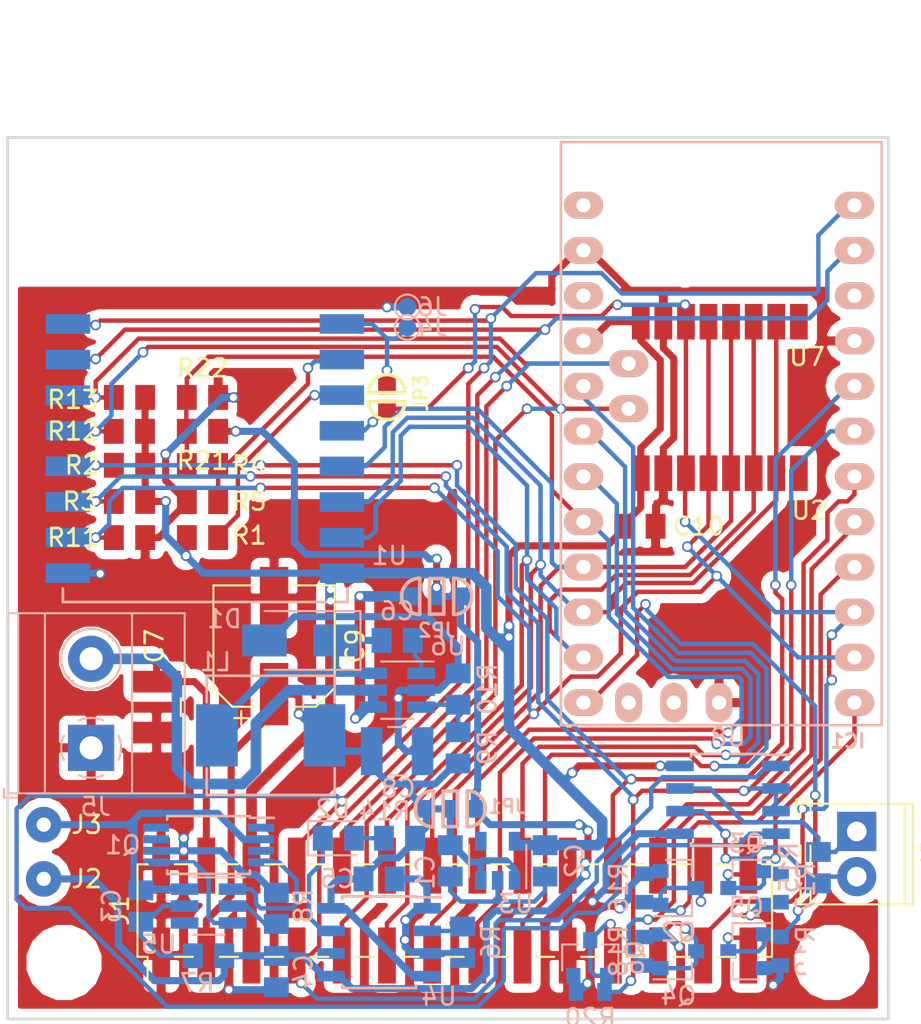
<source format=kicad_pcb>
(kicad_pcb (version 20171130) (host pcbnew "(5.0.0-rc2-dev-744-gdfcdfe91f)")
  (layers (0 F.Cu signal) (31 B.Cu signal) (34 B.Paste user) (35 F.Paste user) (36 B.SilkS user hide) (37 F.SilkS user) (38 B.Mask user hide) (39 F.Mask user) (44 Edge.Cuts user))
  (net 0 "")
  (net 1 "Net-(R1-Pad1)")
  (net 2 +3V3)
  (net 3 GPIO0)
  (net 4 GPIO2)
  (net 5 A0)
  (net 6 GND)
  (net 7 "Net-(U2-Pad8)")
  (net 8 "Net-(IC1-Pad28)")
  (net 9 "Net-(IC1-Pad27)")
  (net 10 "Net-(IC1-Pad3)")
  (net 11 "Net-(IC1-Pad22)")
  (net 12 "Net-(IC1-Pad24)")
  (net 13 SDA)
  (net 14 SCL)
  (net 15 "Net-(C1-Pad2)")
  (net 16 "Net-(U3-Pad4)")
  (net 17 +BATT)
  (net 18 TX)
  (net 19 RX)
  (net 20 "Net-(C3-Pad1)")
  (net 21 "Net-(Q1-Pad1)")
  (net 22 -BATT)
  (net 23 "Net-(Q1-Pad3)")
  (net 24 "Net-(Q1-Pad4)")
  (net 25 "Net-(Q1-Pad5)")
  (net 26 "Net-(Q1-Pad7)")
  (net 27 "Net-(Q1-Pad8)")
  (net 28 "Net-(R6-Pad1)")
  (net 29 "Net-(R8-Pad2)")
  (net 30 +5V)
  (net 31 "Net-(U4-Pad6)")
  (net 32 "Net-(U5-Pad4)")
  (net 33 "Net-(C6-Pad1)")
  (net 34 "Net-(R10-Pad1)")
  (net 35 /SW)
  (net 36 P10)
  (net 37 P04)
  (net 38 P09)
  (net 39 P05)
  (net 40 P06)
  (net 41 GPIO16)
  (net 42 GPIO13)
  (net 43 GPIO12)
  (net 44 GPIO14)
  (net 45 ADC)
  (net 46 "Net-(U7-Pad8)")
  (net 47 VCC)
  (net 48 "Net-(D2-Pad1)")
  (net 49 "Net-(D2-Pad2)")
  (net 50 A1)
  (net 51 A2)
  (net 52 A3)
  (net 53 CS)
  (net 54 "Net-(J4-Pad1)")
  (net 55 "Net-(J9-Pad1)")
  (net 56 "Net-(J9-Pad2)")
  (module LeoDJ-kicad:SOLDER-JUMPER_2-WAY (layer B.Cu) (at 74.93 88.011 180)
    (fp_text reference JP2 (at 0 -1.905 180) (layer B.SilkS) (effects (font (size 0.762 0.762) (thickness 0.1524)) (justify mirror)))
    (fp_text value VoltSense hide)
    (pad 1 smd rect (at -1.35 0 180) (size 1 1) (layers B.Cu B.Paste B.Mask) (net 17 +BATT))
    (pad 3 smd rect (at 1.35 0 180) (size 1 1) (layers B.Cu B.Paste B.Mask) (net 47 VCC))
    (pad 2 smd rect (at 0 0 180) (size 1 1) (layers B.Cu B.Paste B.Mask) (net 17 +BATT))
  )
  (module Resistor_SMD:R_0805_2012Metric (layer F.Cu) (at 61.7601 76.835)
    (fp_text reference R22 (at 0 -1.65) (layer F.SilkS))
    (fp_text value 22k)
    (pad 2 smd rect (at 0.88 0) (size 1.12 1.4) (layers F.Cu F.Paste F.Mask) (net 6 GND))
    (pad 1 smd rect (at -0.88 0) (size 1.12 1.4) (layers F.Cu F.Paste F.Mask) (net 5 A0))
  )
  (module Resistor_SMD:R_0805_2012Metric (layer F.Cu) (at 61.7601 78.74 180)
    (fp_text reference R21 (at 0 -1.65 180) (layer F.SilkS))
    (fp_text value 47k/220k)
    (pad 1 smd rect (at -0.88 0 180) (size 1.12 1.4) (layers F.Cu F.Paste F.Mask) (net 17 +BATT))
    (pad 2 smd rect (at 0.88 0 180) (size 1.12 1.4) (layers F.Cu F.Paste F.Mask) (net 5 A0))
  )
  (module Package_TO_SOT_SMD:SOT-23 (layer B.Cu) (at 83.566 108.331 90)
    (fp_text reference Q6 (at 0 2.5 90) (layer B.SilkS) (effects (justify mirror)))
    (fp_text value AO3400A)
    (pad 1 smd rect (at -1 0.95 90) (size 0.9 0.8) (layers B.Cu B.Paste B.Mask) (net 4 GPIO2))
    (pad 2 smd rect (at -1 -0.95 90) (size 0.9 0.8) (layers B.Cu B.Paste B.Mask) (net 6 GND))
    (pad 3 smd rect (at 1 0 90) (size 0.9 0.8) (layers B.Cu B.Paste B.Mask) (net 4 GPIO2))
  )
  (module Resistor_SMD:R_0603_1608Metric (layer B.Cu) (at 83.566 110.236)
    (fp_text reference R20 (at 0 1.45) (layer B.SilkS) (effects (justify mirror)))
    (fp_text value 10k)
    (pad 1 smd rect (at -0.8 0) (size 0.82 1) (layers B.Cu B.Paste B.Mask) (net 6 GND))
    (pad 2 smd rect (at 0.8 0) (size 0.82 1) (layers B.Cu B.Paste B.Mask) (net 4 GPIO2))
  )
  (module Resistor_SMD:R_0603_1608Metric (layer B.Cu) (at 86.614 104.394 270)
    (fp_text reference R16 (at 0 1.45 270) (layer B.SilkS) (effects (justify mirror)))
    (fp_text value 10k)
    (pad 2 smd rect (at 0.8 0 270) (size 0.82 1) (layers B.Cu B.Paste B.Mask) (net 40 P06))
    (pad 1 smd rect (at -0.8 0 270) (size 0.82 1) (layers B.Cu B.Paste B.Mask) (net 6 GND))
  )
  (module Resistor_SMD:R_0603_1608Metric (layer B.Cu) (at 94.234 104.394 90)
    (fp_text reference R17 (at 0 1.45 90) (layer B.SilkS) (effects (justify mirror)))
    (fp_text value 10k)
    (pad 1 smd rect (at -0.8 0 90) (size 0.82 1) (layers B.Cu B.Paste B.Mask) (net 6 GND))
    (pad 2 smd rect (at 0.8 0 90) (size 0.82 1) (layers B.Cu B.Paste B.Mask) (net 38 P09))
  )
  (module Resistor_SMD:R_0603_1608Metric (layer B.Cu) (at 86.614 107.95 270)
    (fp_text reference R18 (at 0 1.45 270) (layer B.SilkS) (effects (justify mirror)))
    (fp_text value 10k)
    (pad 2 smd rect (at 0.8 0 270) (size 0.82 1) (layers B.Cu B.Paste B.Mask) (net 39 P05))
    (pad 1 smd rect (at -0.8 0 270) (size 0.82 1) (layers B.Cu B.Paste B.Mask) (net 6 GND))
  )
  (module Resistor_SMD:R_0603_1608Metric (layer B.Cu) (at 94.234 107.95 90)
    (fp_text reference R19 (at 0 1.45 90) (layer B.SilkS) (effects (justify mirror)))
    (fp_text value 10k)
    (pad 1 smd rect (at -0.8 0 90) (size 0.82 1) (layers B.Cu B.Paste B.Mask) (net 6 GND))
    (pad 2 smd rect (at 0.8 0 90) (size 0.82 1) (layers B.Cu B.Paste B.Mask) (net 36 P10))
  )
  (module Package_TO_SOT_SMD:SOT-23 (layer B.Cu) (at 88.519 107.95)
    (fp_text reference Q4 (at 0 2.5) (layer B.SilkS) (effects (justify mirror)))
    (fp_text value AO3400A)
    (pad 1 smd rect (at -1 0.95) (size 0.9 0.8) (layers B.Cu B.Paste B.Mask) (net 39 P05))
    (pad 2 smd rect (at -1 -0.95) (size 0.9 0.8) (layers B.Cu B.Paste B.Mask) (net 6 GND))
    (pad 3 smd rect (at 1 0) (size 0.9 0.8) (layers B.Cu B.Paste B.Mask) (net 39 P05))
  )
  (module Package_SO:SOIC-8_3.9x4.9mm_P1.27mm (layer B.Cu) (at 91.313 99.441 180)
    (fp_text reference U8 (at 0 3.5 180) (layer B.SilkS) (effects (justify mirror)))
    (fp_text value MAX3485)
    (pad 1 smd rect (at -2.7 1.905 180) (size 1.55 0.6) (layers B.Cu B.Paste B.Mask) (net 19 RX))
    (pad 2 smd rect (at -2.7 0.635 180) (size 1.55 0.6) (layers B.Cu B.Paste B.Mask) (net 4 GPIO2))
    (pad 3 smd rect (at -2.7 -0.635 180) (size 1.55 0.6) (layers B.Cu B.Paste B.Mask) (net 4 GPIO2))
    (pad 4 smd rect (at -2.7 -1.905 180) (size 1.55 0.6) (layers B.Cu B.Paste B.Mask) (net 18 TX))
    (pad 5 smd rect (at 2.7 -1.905 180) (size 1.55 0.6) (layers B.Cu B.Paste B.Mask) (net 6 GND))
    (pad 6 smd rect (at 2.7 -0.635 180) (size 1.55 0.6) (layers B.Cu B.Paste B.Mask) (net 56 "Net-(J9-Pad2)"))
    (pad 7 smd rect (at 2.7 0.635 180) (size 1.55 0.6) (layers B.Cu B.Paste B.Mask) (net 55 "Net-(J9-Pad1)"))
    (pad 8 smd rect (at 2.7 1.905 180) (size 1.55 0.6) (layers B.Cu B.Paste B.Mask) (net 2 +3V3))
  )
  (module Package_TO_SOT_SMD:SOT-23 (layer B.Cu) (at 92.329 104.394 180)
    (fp_text reference Q3 (at 0 2.5 180) (layer B.SilkS) (effects (justify mirror)))
    (fp_text value AO3400A)
    (pad 3 smd rect (at 1 0 180) (size 0.9 0.8) (layers B.Cu B.Paste B.Mask) (net 38 P09))
    (pad 2 smd rect (at -1 -0.95 180) (size 0.9 0.8) (layers B.Cu B.Paste B.Mask) (net 6 GND))
    (pad 1 smd rect (at -1 0.95 180) (size 0.9 0.8) (layers B.Cu B.Paste B.Mask) (net 38 P09))
  )
  (module Package_TO_SOT_SMD:SOT-23 (layer B.Cu) (at 88.519 104.394)
    (fp_text reference Q2 (at 0 2.5) (layer B.SilkS) (effects (justify mirror)))
    (fp_text value AO3400A)
    (pad 1 smd rect (at -1 0.95) (size 0.9 0.8) (layers B.Cu B.Paste B.Mask) (net 40 P06))
    (pad 2 smd rect (at -1 -0.95) (size 0.9 0.8) (layers B.Cu B.Paste B.Mask) (net 6 GND))
    (pad 3 smd rect (at 1 0) (size 0.9 0.8) (layers B.Cu B.Paste B.Mask) (net 40 P06))
  )
  (module Package_TO_SOT_SMD:SOT-23 (layer B.Cu) (at 92.329 107.95 180)
    (fp_text reference Q5 (at 0 2.5 180) (layer B.SilkS) (effects (justify mirror)))
    (fp_text value AO3400A)
    (pad 3 smd rect (at 1 0 180) (size 0.9 0.8) (layers B.Cu B.Paste B.Mask) (net 36 P10))
    (pad 2 smd rect (at -1 -0.95 180) (size 0.9 0.8) (layers B.Cu B.Paste B.Mask) (net 6 GND))
    (pad 1 smd rect (at -1 0.95 180) (size 0.9 0.8) (layers B.Cu B.Paste B.Mask) (net 36 P10))
  )
  (module LeoDJ-kicad:TerminalBlock_Phoenix_MPT-0,5-2-2.54_1x02_P2.54mm_Horizontal_fixed (layer F.Cu) (at 98.552 101.219 270)
    (fp_text reference J9 (at 1.27 -4.16 270) (layer F.SilkS))
    (fp_text value Screw_Terminal_01x02)
    (pad 1 thru_hole rect (at 0 0 270) (size 2.2 2.2) (drill 1.1) (layers *.Cu *.Mask) (net 55 "Net-(J9-Pad1)"))
    (pad 2 thru_hole circle (at 2.54 0 270) (size 2.2 2.2) (drill 1.1) (layers *.Cu *.Mask) (net 56 "Net-(J9-Pad2)"))
  )
  (module Resistor_SMD:R_0805_2012Metric (layer B.Cu) (at 96.393 103.251 270)
    (fp_text reference R15 (at 0 1.65 270) (layer B.SilkS) (effects (justify mirror)))
    (fp_text value 120)
    (pad 1 smd rect (at -0.88 0 270) (size 1.12 1.4) (layers B.Cu B.Paste B.Mask) (net 55 "Net-(J9-Pad1)"))
    (pad 2 smd rect (at 0.88 0 270) (size 1.12 1.4) (layers B.Cu B.Paste B.Mask) (net 56 "Net-(J9-Pad2)"))
  )
  (module MountingHole:MountingHole_3.2mm_M3 (layer F.Cu) (at 75.565 65.405)
    (fp_text reference MK1 hide)
    (fp_text value Mounting_Hole)
    (pad 1 np_thru_hole circle (at 0 0) (size 3.2 3.2) (drill 3.2) (layers *.Cu *.Mask))
  )
  (module MountingHole:MountingHole_3.2mm_M3 (layer F.Cu) (at 97.155 108.585)
    (fp_text reference MK3 hide)
    (fp_text value Mounting_Hole)
    (pad 1 np_thru_hole circle (at 0 0) (size 3.2 3.2) (drill 3.2) (layers *.Cu *.Mask))
  )
  (module MountingHole:MountingHole_3.2mm_M3 (layer F.Cu) (at 53.975 108.585)
    (fp_text reference MK2 hide)
    (fp_text value Mounting_Hole)
    (pad 1 np_thru_hole circle (at 0 0) (size 3.2 3.2) (drill 3.2) (layers *.Cu *.Mask))
  )
  (module TestPoint:TestPoint_Pad_D1.0mm (layer B.Cu) (at 73.279 72.898)
    (fp_text reference J4 (at 1.397 0) (layer B.SilkS) (effects (justify mirror)))
    (fp_text value RESET)
    (pad 1 smd circle (at 0 0) (size 1 1) (layers B.Cu B.Mask) (net 54 "Net-(J4-Pad1)"))
  )
  (module TestPoint:TestPoint_Pad_D1.0mm (layer B.Cu) (at 73.279 71.755)
    (fp_text reference J6 (at 1.397 0) (layer B.SilkS) (effects (justify mirror)))
    (fp_text value GND)
    (pad 1 smd circle (at 0 0) (size 1 1) (layers B.Cu B.Mask) (net 6 GND))
  )
  (module Connector_PinHeader_2.54mm:PinHeader_2x14_P2.54mm_Vertical_SMD (layer F.Cu) (at 75.946 105.664 90)
    (fp_text reference J1 (at 0 -18.84 90) (layer F.SilkS))
    (fp_text value Conn_02x14_Odd_Even)
    (pad 1 smd rect (at -2.525 -16.51 90) (size 3.15 1) (layers F.Cu F.Paste F.Mask) (net 6 GND))
    (pad 2 smd rect (at 2.525 -16.51 90) (size 3.15 1) (layers F.Cu F.Paste F.Mask) (net 6 GND))
    (pad 3 smd rect (at -2.525 -13.97 90) (size 3.15 1) (layers F.Cu F.Paste F.Mask) (net 30 +5V))
    (pad 4 smd rect (at 2.525 -13.97 90) (size 3.15 1) (layers F.Cu F.Paste F.Mask) (net 47 VCC))
    (pad 5 smd rect (at -2.525 -11.43 90) (size 3.15 1) (layers F.Cu F.Paste F.Mask) (net 2 +3V3))
    (pad 6 smd rect (at 2.525 -11.43 90) (size 3.15 1) (layers F.Cu F.Paste F.Mask) (net 2 +3V3))
    (pad 7 smd rect (at -2.525 -8.89 90) (size 3.15 1) (layers F.Cu F.Paste F.Mask) (net 19 RX))
    (pad 8 smd rect (at 2.525 -8.89 90) (size 3.15 1) (layers F.Cu F.Paste F.Mask) (net 18 TX))
    (pad 9 smd rect (at -2.525 -6.35 90) (size 3.15 1) (layers F.Cu F.Paste F.Mask) (net 13 SDA))
    (pad 10 smd rect (at 2.525 -6.35 90) (size 3.15 1) (layers F.Cu F.Paste F.Mask) (net 14 SCL))
    (pad 11 smd rect (at -2.525 -3.81 90) (size 3.15 1) (layers F.Cu F.Paste F.Mask) (net 43 GPIO12))
    (pad 12 smd rect (at 2.525 -3.81 90) (size 3.15 1) (layers F.Cu F.Paste F.Mask) (net 42 GPIO13))
    (pad 13 smd rect (at -2.525 -1.27 90) (size 3.15 1) (layers F.Cu F.Paste F.Mask) (net 53 CS))
    (pad 14 smd rect (at 2.525 -1.27 90) (size 3.15 1) (layers F.Cu F.Paste F.Mask) (net 44 GPIO14))
    (pad 15 smd rect (at -2.525 1.27 90) (size 3.15 1) (layers F.Cu F.Paste F.Mask) (net 50 A1))
    (pad 16 smd rect (at 2.525 1.27 90) (size 3.15 1) (layers F.Cu F.Paste F.Mask) (net 5 A0))
    (pad 17 smd rect (at -2.525 3.81 90) (size 3.15 1) (layers F.Cu F.Paste F.Mask) (net 52 A3))
    (pad 18 smd rect (at 2.525 3.81 90) (size 3.15 1) (layers F.Cu F.Paste F.Mask) (net 51 A2))
    (pad 19 smd rect (at -2.525 6.35 90) (size 3.15 1) (layers F.Cu F.Paste F.Mask) (net 6 GND))
    (pad 20 smd rect (at 2.525 6.35 90) (size 3.15 1) (layers F.Cu F.Paste F.Mask) (net 6 GND))
    (pad 21 smd rect (at -2.525 8.89 90) (size 3.15 1) (layers F.Cu F.Paste F.Mask) (net 4 GPIO2))
    (pad 22 smd rect (at 2.525 8.89 90) (size 3.15 1) (layers F.Cu F.Paste F.Mask) (net 3 GPIO0))
    (pad 23 smd rect (at -2.525 11.43 90) (size 3.15 1) (layers F.Cu F.Paste F.Mask) (net 39 P05))
    (pad 24 smd rect (at 2.525 11.43 90) (size 3.15 1) (layers F.Cu F.Paste F.Mask) (net 37 P04))
    (pad 25 smd rect (at -2.525 13.97 90) (size 3.15 1) (layers F.Cu F.Paste F.Mask) (net 41 GPIO16))
    (pad 26 smd rect (at 2.525 13.97 90) (size 3.15 1) (layers F.Cu F.Paste F.Mask) (net 40 P06))
    (pad 27 smd rect (at -2.525 16.51 90) (size 3.15 1) (layers F.Cu F.Paste F.Mask) (net 36 P10))
    (pad 28 smd rect (at 2.525 16.51 90) (size 3.15 1) (layers F.Cu F.Paste F.Mask) (net 38 P09))
  )
  (module Resistor_SMD:R_0805_2012Metric (layer F.Cu) (at 57.649 78.74 180)
    (fp_text reference R12 (at 3.166 0 180) (layer F.SilkS))
    (fp_text value 10k)
    (pad 2 smd rect (at 0.88 0 180) (size 1.12 1.4) (layers F.Cu F.Paste F.Mask) (net 13 SDA))
    (pad 1 smd rect (at -0.88 0 180) (size 1.12 1.4) (layers F.Cu F.Paste F.Mask) (net 2 +3V3))
  )
  (module Resistor_SMD:R_0805_2012Metric (layer F.Cu) (at 57.658 76.835 180)
    (fp_text reference R13 (at 3.175 -0.127 180) (layer F.SilkS))
    (fp_text value 10k)
    (pad 1 smd rect (at -0.88 0 180) (size 1.12 1.4) (layers F.Cu F.Paste F.Mask) (net 2 +3V3))
    (pad 2 smd rect (at 0.88 0 180) (size 1.12 1.4) (layers F.Cu F.Paste F.Mask) (net 14 SCL))
  )
  (module ESP8266:ESP-12E_SMD (layer B.Cu) (at 68.8975 72.7075 180)
    (fp_text reference U1 (at -3.3655 -13.0175 180) (layer B.SilkS) (effects (justify mirror)))
    (fp_text value ESP-12 hide)
    (pad 1 smd rect (at 0 0 180) (size 2.5 1.1) (drill (offset -0.7 0)) (layers B.Cu B.Paste B.Mask) (net 54 "Net-(J4-Pad1)"))
    (pad 2 smd rect (at 0 -2 180) (size 2.5 1.1) (drill (offset -0.7 0)) (layers B.Cu B.Paste B.Mask) (net 45 ADC))
    (pad 3 smd rect (at 0 -4 180) (size 2.5 1.1) (drill (offset -0.7 0)) (layers B.Cu B.Paste B.Mask) (net 1 "Net-(R1-Pad1)"))
    (pad 4 smd rect (at 0 -6 180) (size 2.5 1.1) (drill (offset -0.7 0)) (layers B.Cu B.Paste B.Mask) (net 41 GPIO16))
    (pad 5 smd rect (at 0 -8 180) (size 2.5 1.1) (drill (offset -0.7 0)) (layers B.Cu B.Paste B.Mask) (net 44 GPIO14))
    (pad 6 smd rect (at 0 -10 180) (size 2.5 1.1) (drill (offset -0.7 0)) (layers B.Cu B.Paste B.Mask) (net 43 GPIO12))
    (pad 7 smd rect (at 0 -12 180) (size 2.5 1.1) (drill (offset -0.7 0)) (layers B.Cu B.Paste B.Mask) (net 42 GPIO13))
    (pad 8 smd rect (at 0 -14 180) (size 2.5 1.1) (drill (offset -0.7 0)) (layers B.Cu B.Paste B.Mask) (net 2 +3V3))
    (pad 9 smd rect (at 14 -14 180) (size 2.5 1.1) (drill (offset 0.7 0)) (layers B.Cu B.Paste B.Mask) (net 6 GND))
    (pad 10 smd rect (at 14 -12 180) (size 2.5 1.1) (drill (offset 0.7 0)) (layers B.Cu B.Paste B.Mask) (net 53 CS))
    (pad 11 smd rect (at 14 -10 180) (size 2.5 1.1) (drill (offset 0.7 0)) (layers B.Cu B.Paste B.Mask) (net 4 GPIO2))
    (pad 12 smd rect (at 14 -8 180) (size 2.5 1.1) (drill (offset 0.7 0)) (layers B.Cu B.Paste B.Mask) (net 3 GPIO0))
    (pad 13 smd rect (at 14 -6 180) (size 2.5 1.1) (drill (offset 0.7 0)) (layers B.Cu B.Paste B.Mask) (net 13 SDA))
    (pad 14 smd rect (at 14 -4 180) (size 2.5 1.1) (drill (offset 0.7 0)) (layers B.Cu B.Paste B.Mask) (net 14 SCL))
    (pad 15 smd rect (at 14 -2 180) (size 2.5 1.1) (drill (offset 0.7 0)) (layers B.Cu B.Paste B.Mask) (net 19 RX))
    (pad 16 smd rect (at 14 0 180) (size 2.5 1.1) (drill (offset 0.7 0)) (layers B.Cu B.Paste B.Mask) (net 18 TX))
  )
  (module Resistor_SMD:R_0805_2012Metric (layer B.Cu) (at 65.913 105.537 270)
    (fp_text reference R8 (at -0.127 -1.524 270) (layer B.SilkS) (effects (justify mirror)))
    (fp_text value 1k)
    (pad 1 smd rect (at -0.88 0 270) (size 1.12 1.4) (layers B.Cu B.Paste B.Mask) (net 6 GND))
    (pad 2 smd rect (at 0.88 0 270) (size 1.12 1.4) (layers B.Cu B.Paste B.Mask) (net 29 "Net-(R8-Pad2)"))
  )
  (module Capacitor_SMD:C_0805_2012Metric (layer B.Cu) (at 58.293 105.41 90)
    (fp_text reference C3 (at 0 -1.651 90) (layer B.SilkS) (effects (justify mirror)))
    (fp_text value 100n)
    (pad 1 smd rect (at -0.88 0 90) (size 1.12 1.4) (layers B.Cu B.Paste B.Mask) (net 20 "Net-(C3-Pad1)"))
    (pad 2 smd rect (at 0.88 0 90) (size 1.12 1.4) (layers B.Cu B.Paste B.Mask) (net 22 -BATT))
  )
  (module Package_SO:TSSOP-8_4.4x3mm_P0.65mm (layer B.Cu) (at 62.103 101.981 180)
    (fp_text reference Q1 (at 4.826 0 180) (layer B.SilkS) (effects (justify mirror)))
    (fp_text value FS8205A)
    (pad 1 smd rect (at -2.95 0.975 180) (size 1.45 0.45) (layers B.Cu B.Paste B.Mask) (net 21 "Net-(Q1-Pad1)"))
    (pad 2 smd rect (at -2.95 0.325 180) (size 1.45 0.45) (layers B.Cu B.Paste B.Mask) (net 22 -BATT))
    (pad 3 smd rect (at -2.95 -0.325 180) (size 1.45 0.45) (layers B.Cu B.Paste B.Mask) (net 23 "Net-(Q1-Pad3)"))
    (pad 4 smd rect (at -2.95 -0.975 180) (size 1.45 0.45) (layers B.Cu B.Paste B.Mask) (net 24 "Net-(Q1-Pad4)"))
    (pad 5 smd rect (at 2.95 -0.975 180) (size 1.45 0.45) (layers B.Cu B.Paste B.Mask) (net 25 "Net-(Q1-Pad5)"))
    (pad 6 smd rect (at 2.95 -0.325 180) (size 1.45 0.45) (layers B.Cu B.Paste B.Mask) (net 6 GND))
    (pad 7 smd rect (at 2.95 0.325 180) (size 1.45 0.45) (layers B.Cu B.Paste B.Mask) (net 26 "Net-(Q1-Pad7)"))
    (pad 8 smd rect (at 2.95 0.975 180) (size 1.45 0.45) (layers B.Cu B.Paste B.Mask) (net 27 "Net-(Q1-Pad8)"))
  )
  (module Resistor_SMD:R_0805_2012Metric (layer B.Cu) (at 62.103 108.204 180)
    (fp_text reference R7 (at 0.635 -1.524 180) (layer B.SilkS) (effects (justify mirror)))
    (fp_text value 100)
    (pad 1 smd rect (at -0.88 0 180) (size 1.12 1.4) (layers B.Cu B.Paste B.Mask) (net 17 +BATT))
    (pad 2 smd rect (at 0.88 0 180) (size 1.12 1.4) (layers B.Cu B.Paste B.Mask) (net 20 "Net-(C3-Pad1)"))
  )
  (module Package_TO_SOT_SMD:SOT-23-6_Handsoldering (layer B.Cu) (at 62.103 105.41 180)
    (fp_text reference U5 (at 2.794 -2.159 180) (layer B.SilkS) (effects (justify mirror)))
    (fp_text value DW01A)
    (pad 5 smd rect (at 1.35 0 180) (size 1.56 0.65) (layers B.Cu B.Paste B.Mask) (net 20 "Net-(C3-Pad1)"))
    (pad 6 smd rect (at 1.35 0.95 180) (size 1.56 0.65) (layers B.Cu B.Paste B.Mask) (net 22 -BATT))
    (pad 4 smd rect (at 1.35 -0.95 180) (size 1.56 0.65) (layers B.Cu B.Paste B.Mask) (net 32 "Net-(U5-Pad4)"))
    (pad 3 smd rect (at -1.35 -0.95 180) (size 1.56 0.65) (layers B.Cu B.Paste B.Mask) (net 25 "Net-(Q1-Pad5)"))
    (pad 2 smd rect (at -1.35 0 180) (size 1.56 0.65) (layers B.Cu B.Paste B.Mask) (net 29 "Net-(R8-Pad2)"))
    (pad 1 smd rect (at -1.35 0.95 180) (size 1.56 0.65) (layers B.Cu B.Paste B.Mask) (net 24 "Net-(Q1-Pad4)"))
  )
  (module Capacitor_SMD:C_0805_2012Metric (layer B.Cu) (at 75.692 102.87 270)
    (fp_text reference C1 (at 0.635 1.397 270) (layer B.SilkS) (effects (justify mirror)))
    (fp_text value 1µF)
    (pad 2 smd rect (at 0.88 0 270) (size 1.12 1.4) (layers B.Cu B.Paste B.Mask) (net 15 "Net-(C1-Pad2)"))
    (pad 1 smd rect (at -0.88 0 270) (size 1.12 1.4) (layers B.Cu B.Paste B.Mask) (net 30 +5V))
  )
  (module Resistor_SMD:R_0805_2012Metric (layer B.Cu) (at 76.1365 96.52 90)
    (fp_text reference R9 (at 0 1.65 90) (layer B.SilkS) (effects (justify mirror)))
    (fp_text value 56k)
    (pad 1 smd rect (at -0.88 0 90) (size 1.12 1.4) (layers B.Cu B.Paste B.Mask) (net 30 +5V))
    (pad 2 smd rect (at 0.88 0 90) (size 1.12 1.4) (layers B.Cu B.Paste B.Mask) (net 34 "Net-(R10-Pad1)"))
  )
  (module mysensors_arduino:pro_mini (layer B.Cu) (at 90.805 80.01 270)
    (fp_text reference IC1 (at 16.129 -7.239) (layer B.SilkS) (effects (font (size 0.8 0.8) (thickness 0.16)) (justify mirror)))
    (fp_text value ArduinoProMini hide)
    (pad 1 thru_hole oval (at -13.97 -7.62 270) (size 1.50114 2.19964) (drill 0.8001) (layers *.Cu *.Mask B.SilkS) (net 18 TX))
    (pad 2 thru_hole oval (at -11.43 -7.62 270) (size 1.50114 2.19964) (drill 0.8001) (layers *.Cu *.Mask B.SilkS) (net 19 RX))
    (pad 3 thru_hole oval (at -8.89 -7.62 270) (size 1.50114 2.19964) (drill 0.8001) (layers *.Cu *.Mask B.SilkS) (net 10 "Net-(IC1-Pad3)"))
    (pad 4 thru_hole oval (at -6.35 -7.62 270) (size 1.50114 2.19964) (drill 0.8001) (layers *.Cu *.Mask B.SilkS) (net 6 GND))
    (pad 5 thru_hole oval (at -3.81 -7.62 270) (size 1.50114 2.19964) (drill 0.8001) (layers *.Cu *.Mask B.SilkS) (net 3 GPIO0))
    (pad 6 thru_hole oval (at -1.27 -7.62 270) (size 1.50114 2.19964) (drill 0.8001) (layers *.Cu *.Mask B.SilkS) (net 4 GPIO2))
    (pad 7 thru_hole oval (at 1.27 -7.62 270) (size 1.50114 2.19964) (drill 0.8001) (layers *.Cu *.Mask B.SilkS) (net 37 P04))
    (pad 8 thru_hole oval (at 3.81 -7.62 270) (size 1.50114 2.19964) (drill 0.8001) (layers *.Cu *.Mask B.SilkS) (net 39 P05))
    (pad 9 thru_hole oval (at 6.35 -7.62 270) (size 1.50114 2.19964) (drill 0.8001) (layers *.Cu *.Mask B.SilkS) (net 40 P06))
    (pad 10 thru_hole oval (at 8.89 -7.62 270) (size 1.50114 2.19964) (drill 0.8001) (layers *.Cu *.Mask B.SilkS) (net 41 GPIO16))
    (pad 11 thru_hole oval (at 11.43 -7.62 270) (size 1.50114 2.19964) (drill 0.8001) (layers *.Cu *.Mask B.SilkS) (net 53 CS))
    (pad 12 thru_hole oval (at 13.97 -7.62 270) (size 1.50114 2.19964) (drill 0.8001) (layers *.Cu *.Mask B.SilkS) (net 38 P09))
    (pad 13 thru_hole oval (at 13.97 7.62 270) (size 1.50114 2.19964) (drill 0.8001) (layers *.Cu *.Mask B.SilkS) (net 36 P10))
    (pad 14 thru_hole oval (at 11.43 7.62 270) (size 1.50114 2.19964) (drill 0.8001) (layers *.Cu *.Mask B.SilkS) (net 42 GPIO13))
    (pad 15 thru_hole oval (at 8.89 7.62 270) (size 1.50114 2.19964) (drill 0.8001) (layers *.Cu *.Mask B.SilkS) (net 43 GPIO12))
    (pad 16 thru_hole oval (at 6.35 7.62 270) (size 1.50114 2.19964) (drill 0.8001) (layers *.Cu *.Mask B.SilkS) (net 44 GPIO14))
    (pad 17 thru_hole oval (at 3.81 7.62 270) (size 1.50114 2.19964) (drill 0.8001) (layers *.Cu *.Mask B.SilkS) (net 5 A0))
    (pad 18 thru_hole oval (at 1.27 7.62 270) (size 1.50114 2.19964) (drill 0.8001) (layers *.Cu *.Mask B.SilkS) (net 50 A1))
    (pad 19 thru_hole oval (at -1.27 7.62 270) (size 1.50114 2.19964) (drill 0.8001) (layers *.Cu *.Mask B.SilkS) (net 51 A2))
    (pad 20 thru_hole oval (at -3.81 7.62 270) (size 1.50114 2.19964) (drill 0.8001) (layers *.Cu *.Mask B.SilkS) (net 52 A3))
    (pad 21 thru_hole oval (at -6.35 7.62 270) (size 1.50114 2.19964) (drill 0.8001) (layers *.Cu *.Mask B.SilkS) (net 2 +3V3))
    (pad 22 thru_hole oval (at -8.89 7.62 270) (size 1.50114 2.19964) (drill 0.8001) (layers *.Cu *.Mask B.SilkS) (net 11 "Net-(IC1-Pad22)"))
    (pad 23 thru_hole oval (at -11.43 7.62 270) (size 1.50114 2.19964) (drill 0.8001) (layers *.Cu *.Mask B.SilkS) (net 6 GND))
    (pad 24 thru_hole oval (at -13.97 7.62 270) (size 1.50114 2.19964) (drill 0.8001) (layers *.Cu *.Mask B.SilkS) (net 12 "Net-(IC1-Pad24)"))
    (pad 25 thru_hole oval (at -2.54 5.08 270) (size 1.50114 2.19964) (drill 0.8001) (layers *.Cu *.Mask B.SilkS) (net 13 SDA))
    (pad 26 thru_hole oval (at -5.08 5.08 270) (size 1.50114 2.19964) (drill 0.8001) (layers *.Cu *.Mask B.SilkS) (net 14 SCL))
    (pad 27 thru_hole oval (at 13.97 5.08 270) (size 2.19964 1.50114) (drill 0.8001) (layers *.Cu *.Mask B.SilkS) (net 9 "Net-(IC1-Pad27)"))
    (pad 28 thru_hole oval (at 13.97 2.54 270) (size 2.19964 1.50114) (drill 0.8001) (layers *.Cu *.Mask B.SilkS) (net 8 "Net-(IC1-Pad28)"))
    (pad 29 thru_hole oval (at 13.97 0 270) (size 2.19964 1.50114) (drill 0.8001) (layers *.Cu *.Mask B.SilkS) (net 6 GND))
  )
  (module mysensors_radios:NRF24L01-SMD (layer F.Cu) (at 90.805 72.39)
    (fp_text reference U2 (at 5.08 10.795) (layer F.SilkS))
    (fp_text value NRF24L01)
    (pad 2 smd rect (at -4.4 8.7) (size 1 2) (layers F.Cu F.Paste F.Mask) (net 2 +3V3))
    (pad 1 smd rect (at -3.13 8.7) (size 1 2) (layers F.Cu F.Paste F.Mask) (net 6 GND))
    (pad 3 smd rect (at -1.86 8.7) (size 1 2) (layers F.Cu F.Paste F.Mask) (net 41 GPIO16))
    (pad 4 smd rect (at -0.59 8.7) (size 1 2) (layers F.Cu F.Paste F.Mask) (net 53 CS))
    (pad 5 smd rect (at 0.68 8.7) (size 1 2) (layers F.Cu F.Paste F.Mask) (net 44 GPIO14))
    (pad 6 smd rect (at 1.95 8.7) (size 1 2) (layers F.Cu F.Paste F.Mask) (net 42 GPIO13))
    (pad 7 smd rect (at 3.22 8.7) (size 1 2) (layers F.Cu F.Paste F.Mask) (net 43 GPIO12))
    (pad 8 smd rect (at 4.49 8.7) (size 1 2) (layers F.Cu F.Paste F.Mask) (net 7 "Net-(U2-Pad8)"))
  )
  (module LeoDJ-kicad:SOLDER-JUMPER_1-WAY (layer F.Cu) (at 72.136 76.82 270)
    (fp_text reference JP3 (at -0.239 -1.905 270) (layer F.SilkS) (effects (font (size 0.762 0.762) (thickness 0.1524))))
    (fp_text value Jumper_DeepSleep hide)
    (pad 1 smd rect (at -0.65 0 270) (size 1 1) (layers F.Cu F.Paste F.Mask) (net 54 "Net-(J4-Pad1)"))
    (pad 2 smd rect (at 0.65 0 270) (size 1 1) (layers F.Cu F.Paste F.Mask) (net 41 GPIO16))
  )
  (module Capacitor_SMD:C_0805_2012Metric (layer B.Cu) (at 81.026 102.87 270)
    (fp_text reference C2 (at 0 -1.651 270) (layer B.SilkS) (effects (justify mirror)))
    (fp_text value 1µF)
    (pad 1 smd rect (at -0.88 0 270) (size 1.12 1.4) (layers B.Cu B.Paste B.Mask) (net 2 +3V3))
    (pad 2 smd rect (at 0.88 0 270) (size 1.12 1.4) (layers B.Cu B.Paste B.Mask) (net 15 "Net-(C1-Pad2)"))
  )
  (module Capacitor_SMD:C_0805_2012Metric (layer B.Cu) (at 65.913 109.093 270)
    (fp_text reference C4 (at 0 -1.524 270) (layer B.SilkS) (effects (justify mirror)))
    (fp_text value 10µF)
    (pad 2 smd rect (at 0.88 0 270) (size 1.12 1.4) (layers B.Cu B.Paste B.Mask) (net 6 GND))
    (pad 1 smd rect (at -0.88 0 270) (size 1.12 1.4) (layers B.Cu B.Paste B.Mask) (net 17 +BATT))
  )
  (module Capacitor_SMD:C_0805_2012Metric (layer B.Cu) (at 71.6915 103.886)
    (fp_text reference C5 (at -2.3495 0) (layer B.SilkS) (effects (justify mirror)))
    (fp_text value 100n)
    (pad 1 smd rect (at -0.88 0) (size 1.12 1.4) (layers B.Cu B.Paste B.Mask) (net 30 +5V))
    (pad 2 smd rect (at 0.88 0) (size 1.12 1.4) (layers B.Cu B.Paste B.Mask) (net 6 GND))
  )
  (module Capacitor_SMD:C_0805_2012Metric (layer B.Cu) (at 72.7075 90.4875 180)
    (fp_text reference C6 (at 0 1.65 180) (layer B.SilkS) (effects (justify mirror)))
    (fp_text value 100nF)
    (pad 2 smd rect (at 0.88 0 180) (size 1.12 1.4) (layers B.Cu B.Paste B.Mask) (net 35 /SW))
    (pad 1 smd rect (at -0.88 0 180) (size 1.12 1.4) (layers B.Cu B.Paste B.Mask) (net 33 "Net-(C6-Pad1)"))
  )
  (module Capacitor_SMD:C_1210_3225Metric (layer F.Cu) (at 59.182 94.234 270)
    (fp_text reference C7 (at -3.429 0.127 270) (layer F.SilkS))
    (fp_text value "2.2µF 50V")
    (pad 2 smd rect (at 1.43 0 270) (size 1.22 2.7) (layers F.Cu F.Paste F.Mask) (net 6 GND))
    (pad 1 smd rect (at -1.43 0 270) (size 1.22 2.7) (layers F.Cu F.Paste F.Mask) (net 47 VCC))
  )
  (module Capacitor_SMD:C_1210_3225Metric (layer B.Cu) (at 72.7075 96.7105)
    (fp_text reference C8 (at 0.0635 2.0955) (layer B.SilkS) (effects (justify mirror)))
    (fp_text value 22µF)
    (pad 1 smd rect (at -1.43 0) (size 1.22 2.7) (layers B.Cu B.Paste B.Mask) (net 30 +5V))
    (pad 2 smd rect (at 1.43 0) (size 1.22 2.7) (layers B.Cu B.Paste B.Mask) (net 6 GND))
  )
  (module Capacitor_SMD:CP_Elec_6.3x5.8 (layer F.Cu) (at 65.786 90.805 90)
    (fp_text reference C9 (at 0 4.56 90) (layer F.SilkS))
    (fp_text value 100µF)
    (pad 1 smd rect (at -2.7 0 90) (size 3.5 1.6) (layers F.Cu F.Paste F.Mask) (net 30 +5V))
    (pad 2 smd rect (at 2.7 0 90) (size 3.5 1.6) (layers F.Cu F.Paste F.Mask) (net 6 GND))
  )
  (module Diode_SMD:D_SMA (layer B.Cu) (at 67.2465 90.4875 180)
    (fp_text reference D1 (at 4.2545 1.2065 180) (layer B.SilkS) (effects (justify mirror)))
    (fp_text value "D_Schottky 40V")
    (pad 1 smd rect (at -2 0 180) (size 2.5 1.8) (layers B.Cu B.Paste B.Mask) (net 35 /SW))
    (pad 2 smd rect (at 2 0 180) (size 2.5 1.8) (layers B.Cu B.Paste B.Mask) (net 6 GND))
  )
  (module TerminalBlock_Phoenix:TerminalBlock_Phoenix_MKDS-1,5-2_1x02_P5.00mm_Horizontal (layer B.Cu) (at 55.499 96.52 90)
    (fp_text reference J5 (at -3.302 0.254 180) (layer B.SilkS) (effects (justify mirror)))
    (fp_text value 12V)
    (pad 1 thru_hole rect (at 0 0 90) (size 2.6 2.6) (drill 1.3) (layers *.Cu *.Mask) (net 6 GND))
    (pad 2 thru_hole circle (at 5 0 90) (size 2.6 2.6) (drill 1.3) (layers *.Cu *.Mask) (net 47 VCC))
  )
  (module LeoDJ-kicad:SOLDER-JUMPER_2-WAY (layer B.Cu) (at 75.692 99.949)
    (fp_text reference JP1 (at 3.175 -0.127) (layer B.SilkS) (effects (font (size 0.762 0.762) (thickness 0.1524)) (justify mirror)))
    (fp_text value "Source Select" hide)
    (pad 1 smd rect (at -1.35 0) (size 1 1) (layers B.Cu B.Paste B.Mask) (net 30 +5V))
    (pad 3 smd rect (at 1.35 0) (size 1 1) (layers B.Cu B.Paste B.Mask) (net 17 +BATT))
    (pad 2 smd rect (at 0 0) (size 1 1) (layers B.Cu B.Paste B.Mask) (net 30 +5V))
  )
  (module LeoDJ-kicad:L_0630 (layer B.Cu) (at 65.5955 95.8215)
    (fp_text reference L1 (at -3.1115 -4.1275) (layer B.SilkS) (effects (justify mirror)))
    (fp_text value 22µH)
    (pad 2 smd rect (at 3.025 0) (size 2.35 3.5) (layers B.Cu B.Paste B.Mask) (net 30 +5V))
    (pad 1 smd rect (at -3.025 0) (size 2.35 3.5) (layers B.Cu B.Paste B.Mask) (net 35 /SW))
  )
  (module Resistor_SMD:R_0805_2012Metric (layer F.Cu) (at 61.762693 84.709 180)
    (fp_text reference R1 (at -2.626307 0.127 180) (layer F.SilkS))
    (fp_text value 10k)
    (pad 1 smd rect (at -0.88 0 180) (size 1.12 1.4) (layers F.Cu F.Paste F.Mask) (net 1 "Net-(R1-Pad1)"))
    (pad 2 smd rect (at 0.88 0 180) (size 1.12 1.4) (layers F.Cu F.Paste F.Mask) (net 2 +3V3))
  )
  (module Resistor_SMD:R_0805_2012Metric (layer F.Cu) (at 57.658 80.645)
    (fp_text reference R2 (at -2.667 0) (layer F.SilkS))
    (fp_text value 10k)
    (pad 2 smd rect (at 0.88 0) (size 1.12 1.4) (layers F.Cu F.Paste F.Mask) (net 2 +3V3))
    (pad 1 smd rect (at -0.88 0) (size 1.12 1.4) (layers F.Cu F.Paste F.Mask) (net 3 GPIO0))
  )
  (module Resistor_SMD:R_0805_2012Metric (layer F.Cu) (at 57.658 82.677)
    (fp_text reference R3 (at -2.794 0) (layer F.SilkS))
    (fp_text value 10k)
    (pad 2 smd rect (at 0.88 0) (size 1.12 1.4) (layers F.Cu F.Paste F.Mask) (net 2 +3V3))
    (pad 1 smd rect (at -0.88 0) (size 1.12 1.4) (layers F.Cu F.Paste F.Mask) (net 4 GPIO2))
  )
  (module Resistor_SMD:R_0805_2012Metric (layer F.Cu) (at 61.762693 80.659509)
    (fp_text reference R4 (at 2.626307 -0.014509) (layer F.SilkS))
    (fp_text value 220k)
    (pad 1 smd rect (at -0.88 0) (size 1.12 1.4) (layers F.Cu F.Paste F.Mask) (net 5 A0))
    (pad 2 smd rect (at 0.88 0) (size 1.12 1.4) (layers F.Cu F.Paste F.Mask) (net 45 ADC))
  )
  (module Resistor_SMD:R_0805_2012Metric (layer F.Cu) (at 61.762693 82.691509 180)
    (fp_text reference R5 (at -2.626307 0.014509 180) (layer F.SilkS))
    (fp_text value 100k)
    (pad 1 smd rect (at -0.88 0 180) (size 1.12 1.4) (layers F.Cu F.Paste F.Mask) (net 45 ADC))
    (pad 2 smd rect (at 0.88 0 180) (size 1.12 1.4) (layers F.Cu F.Paste F.Mask) (net 6 GND))
  )
  (module Resistor_SMD:R_0805_2012Metric (layer B.Cu) (at 76.3905 107.442 270)
    (fp_text reference R6 (at 0 -1.5875 270) (layer B.SilkS) (effects (justify mirror)))
    (fp_text value 1k2)
    (pad 2 smd rect (at 0.88 0 270) (size 1.12 1.4) (layers B.Cu B.Paste B.Mask) (net 6 GND))
    (pad 1 smd rect (at -0.88 0 270) (size 1.12 1.4) (layers B.Cu B.Paste B.Mask) (net 28 "Net-(R6-Pad1)"))
  )
  (module Resistor_SMD:R_0805_2012Metric (layer B.Cu) (at 76.1365 93.218 90)
    (fp_text reference R10 (at 0 1.65 90) (layer B.SilkS) (effects (justify mirror)))
    (fp_text value 10k)
    (pad 2 smd rect (at 0.88 0 90) (size 1.12 1.4) (layers B.Cu B.Paste B.Mask) (net 6 GND))
    (pad 1 smd rect (at -0.88 0 90) (size 1.12 1.4) (layers B.Cu B.Paste B.Mask) (net 34 "Net-(R10-Pad1)"))
  )
  (module Resistor_SMD:R_0805_2012Metric (layer F.Cu) (at 57.658 84.709)
    (fp_text reference R11 (at -3.175 0) (layer F.SilkS))
    (fp_text value 10k)
    (pad 1 smd rect (at -0.88 0) (size 1.12 1.4) (layers F.Cu F.Paste F.Mask) (net 53 CS))
    (pad 2 smd rect (at 0.88 0) (size 1.12 1.4) (layers F.Cu F.Paste F.Mask) (net 6 GND))
  )
  (module Package_TO_SOT_SMD:SOT-23-5 (layer B.Cu) (at 78.359 102.87 90)
    (fp_text reference U3 (at -2.413 1.016 180) (layer B.SilkS) (effects (justify mirror)))
    (fp_text value AP2112K-3.3)
    (pad 1 smd rect (at -1.1 0.95 90) (size 1.06 0.65) (layers B.Cu B.Paste B.Mask) (net 30 +5V))
    (pad 2 smd rect (at -1.1 0 90) (size 1.06 0.65) (layers B.Cu B.Paste B.Mask) (net 15 "Net-(C1-Pad2)"))
    (pad 3 smd rect (at -1.1 -0.95 90) (size 1.06 0.65) (layers B.Cu B.Paste B.Mask) (net 30 +5V))
    (pad 4 smd rect (at 1.1 -0.95 90) (size 1.06 0.65) (layers B.Cu B.Paste B.Mask) (net 16 "Net-(U3-Pad4)"))
    (pad 5 smd rect (at 1.1 0.95 90) (size 1.06 0.65) (layers B.Cu B.Paste B.Mask) (net 2 +3V3))
  )
  (module Package_SO:SOIC-8_3.9x4.9mm_P1.27mm (layer B.Cu) (at 71.6915 107.442 180)
    (fp_text reference U4 (at -3.3655 -3.048 180) (layer B.SilkS) (effects (justify mirror)))
    (fp_text value TP4056)
    (pad 1 smd rect (at -2.7 1.905 180) (size 1.55 0.6) (layers B.Cu B.Paste B.Mask) (net 6 GND))
    (pad 2 smd rect (at -2.7 0.635 180) (size 1.55 0.6) (layers B.Cu B.Paste B.Mask) (net 28 "Net-(R6-Pad1)"))
    (pad 3 smd rect (at -2.7 -0.635 180) (size 1.55 0.6) (layers B.Cu B.Paste B.Mask) (net 6 GND))
    (pad 4 smd rect (at -2.7 -1.905 180) (size 1.55 0.6) (layers B.Cu B.Paste B.Mask) (net 30 +5V))
    (pad 5 smd rect (at 2.7 -1.905 180) (size 1.55 0.6) (layers B.Cu B.Paste B.Mask) (net 17 +BATT))
    (pad 6 smd rect (at 2.7 -0.635 180) (size 1.55 0.6) (layers B.Cu B.Paste B.Mask) (net 31 "Net-(U4-Pad6)"))
    (pad 7 smd rect (at 2.7 0.635 180) (size 1.55 0.6) (layers B.Cu B.Paste B.Mask) (net 48 "Net-(D2-Pad1)"))
    (pad 8 smd rect (at 2.7 1.905 180) (size 1.55 0.6) (layers B.Cu B.Paste B.Mask) (net 30 +5V))
  )
  (module Package_TO_SOT_SMD:SOT-23-6_Handsoldering (layer B.Cu) (at 72.7075 93.2815 180)
    (fp_text reference U6 (at -2.8575 2.4765 180) (layer B.SilkS) (effects (justify mirror)))
    (fp_text value LMR14010A)
    (pad 1 smd rect (at -1.35 0.95 180) (size 1.56 0.65) (layers B.Cu B.Paste B.Mask) (net 33 "Net-(C6-Pad1)"))
    (pad 2 smd rect (at -1.35 0 180) (size 1.56 0.65) (layers B.Cu B.Paste B.Mask) (net 6 GND))
    (pad 3 smd rect (at -1.35 -0.95 180) (size 1.56 0.65) (layers B.Cu B.Paste B.Mask) (net 34 "Net-(R10-Pad1)"))
    (pad 4 smd rect (at 1.35 -0.95 180) (size 1.56 0.65) (layers B.Cu B.Paste B.Mask) (net 47 VCC))
    (pad 6 smd rect (at 1.35 0.95 180) (size 1.56 0.65) (layers B.Cu B.Paste B.Mask) (net 35 /SW))
    (pad 5 smd rect (at 1.35 0 180) (size 1.56 0.65) (layers B.Cu B.Paste B.Mask) (net 47 VCC))
  )
  (module Capacitor_SMD:C_0805_2012Metric (layer F.Cu) (at 86.36 84.074)
    (fp_text reference C10 (at 3.302 0) (layer F.SilkS))
    (fp_text value 10µF)
    (pad 1 smd rect (at -0.88 0) (size 1.12 1.4) (layers F.Cu F.Paste F.Mask) (net 2 +3V3))
    (pad 2 smd rect (at 0.88 0) (size 1.12 1.4) (layers F.Cu F.Paste F.Mask) (net 6 GND))
  )
  (module Connector_Wire:SolderWirePad_1x01_Drill0.8mm (layer F.Cu) (at 52.832 103.886)
    (fp_text reference J2 (at 2.413 0) (layer F.SilkS))
    (fp_text value Conn_01x01)
    (pad 1 thru_hole circle (at 0 0) (size 1.99898 1.99898) (drill 0.8001) (layers *.Cu *.Mask) (net 17 +BATT))
  )
  (module Connector_Wire:SolderWirePad_1x01_Drill0.8mm (layer F.Cu) (at 52.832 100.838)
    (fp_text reference J3 (at 2.413 0) (layer F.SilkS))
    (fp_text value Conn_01x01)
    (pad 1 thru_hole circle (at 0 0) (size 1.99898 1.99898) (drill 0.8001) (layers *.Cu *.Mask) (net 22 -BATT))
  )
  (module mysensors_radios:NRF24L01-SMD (layer F.Cu) (at 90.805 63.881)
    (fp_text reference U7 (at 4.953 10.668) (layer F.SilkS))
    (fp_text value NRF24L01)
    (pad 2 smd rect (at -4.4 8.7) (size 1 2) (layers F.Cu F.Paste F.Mask) (net 2 +3V3))
    (pad 1 smd rect (at -3.13 8.7) (size 1 2) (layers F.Cu F.Paste F.Mask) (net 6 GND))
    (pad 3 smd rect (at -1.86 8.7) (size 1 2) (layers F.Cu F.Paste F.Mask) (net 41 GPIO16))
    (pad 4 smd rect (at -0.59 8.7) (size 1 2) (layers F.Cu F.Paste F.Mask) (net 53 CS))
    (pad 5 smd rect (at 0.68 8.7) (size 1 2) (layers F.Cu F.Paste F.Mask) (net 44 GPIO14))
    (pad 6 smd rect (at 1.95 8.7) (size 1 2) (layers F.Cu F.Paste F.Mask) (net 42 GPIO13))
    (pad 7 smd rect (at 3.22 8.7) (size 1 2) (layers F.Cu F.Paste F.Mask) (net 43 GPIO12))
    (pad 8 smd rect (at 4.49 8.7) (size 1 2) (layers F.Cu F.Paste F.Mask) (net 46 "Net-(U7-Pad8)"))
  )
  (module Resistor_SMD:R_0805_2012Metric (layer B.Cu) (at 72.8435 101.6 180)
    (fp_text reference R14 (at 0.8345 1.524 180) (layer B.SilkS) (effects (justify mirror)))
    (fp_text value 1k)
    (pad 1 smd rect (at -0.88 0 180) (size 1.12 1.4) (layers B.Cu B.Paste B.Mask) (net 30 +5V))
    (pad 2 smd rect (at 0.88 0 180) (size 1.12 1.4) (layers B.Cu B.Paste B.Mask) (net 49 "Net-(D2-Pad2)"))
  )
  (module LED_SMD:LED_0805_2012Metric (layer B.Cu) (at 69.4055 101.6)
    (fp_text reference D2 (at -0.3175 -1.651) (layer B.SilkS) (effects (justify mirror)))
    (fp_text value LED)
    (pad 1 smd rect (at -0.88 0) (size 1.12 1.4) (layers B.Cu B.Paste B.Mask) (net 48 "Net-(D2-Pad1)"))
    (pad 2 smd rect (at 0.88 0) (size 1.12 1.4) (layers B.Cu B.Paste B.Mask) (net 49 "Net-(D2-Pad2)"))
  )
  (gr_line (start 50.8 111.76) (end 50.8 62.23) (angle 90) (layer Edge.Cuts) (width 0.15))
  (gr_line (start 100.33 111.76) (end 50.8 111.76) (angle 90) (layer Edge.Cuts) (width 0.15))
  (gr_line (start 100.33 62.23) (end 100.33 111.76) (angle 90) (layer Edge.Cuts) (width 0.15))
  (gr_line (start 50.8 62.23) (end 100.33 62.23) (angle 90) (layer Edge.Cuts) (width 0.15))
  (via (at 68.072 76.708) (size 0.6) (drill 0.4) (layers F.Cu B.Cu) (net 1))
  (segment (start 68.8975 76.7075) (end 68.0725 76.7075) (width 0.25) (layer B.Cu) (net 1))
  (segment (start 68.0725 76.7075) (end 68.072 76.708) (width 0.25) (layer B.Cu) (net 1))
  (segment (start 62.642693 84.569) (end 62.642693 84.709) (width 0.25) (layer F.Cu) (net 1))
  (segment (start 63.754 83.457693) (end 62.642693 84.569) (width 0.25) (layer F.Cu) (net 1))
  (segment (start 63.754 80.899) (end 63.754 83.457693) (width 0.25) (layer F.Cu) (net 1))
  (segment (start 68.072 76.708) (end 67.945 76.708) (width 0.25) (layer F.Cu) (net 1))
  (segment (start 67.945 76.708) (end 63.754 80.899) (width 0.25) (layer F.Cu) (net 1))
  (segment (start 79.459 101.62) (end 79.309 101.77) (width 0.4) (layer B.Cu) (net 2))
  (segment (start 86.405 83.009) (end 86.405 81.09) (width 0.4) (layer F.Cu) (net 2))
  (segment (start 85.48 84.074) (end 85.48 83.934) (width 0.4) (layer F.Cu) (net 2))
  (segment (start 85.48 83.934) (end 86.405 83.009) (width 0.4) (layer F.Cu) (net 2))
  (segment (start 87.503 74.731584) (end 86.405 73.633584) (width 0.4) (layer F.Cu) (net 2))
  (segment (start 86.405 73.633584) (end 86.405 72.581) (width 0.4) (layer F.Cu) (net 2))
  (segment (start 87.503 78.592) (end 87.503 74.731584) (width 0.4) (layer F.Cu) (net 2))
  (segment (start 86.405 79.69) (end 87.503 78.592) (width 0.4) (layer F.Cu) (net 2))
  (segment (start 86.405 81.09) (end 86.405 79.69) (width 0.4) (layer F.Cu) (net 2))
  (segment (start 83.185 73.66) (end 83.566 73.66) (width 0.4) (layer F.Cu) (net 2))
  (segment (start 84.645 72.581) (end 86.405 72.581) (width 0.4) (layer F.Cu) (net 2))
  (segment (start 83.566 73.66) (end 84.645 72.581) (width 0.4) (layer F.Cu) (net 2))
  (segment (start 58.538 82.677) (end 58.538 80.645) (width 0.4) (layer F.Cu) (net 2))
  (segment (start 58.538 78.749) (end 58.529 78.74) (width 0.4) (layer F.Cu) (net 2))
  (segment (start 58.538 80.645) (end 58.538 78.749) (width 0.4) (layer F.Cu) (net 2))
  (segment (start 58.529 76.844) (end 58.538 76.835) (width 0.4) (layer F.Cu) (net 2))
  (segment (start 58.529 78.74) (end 58.529 76.844) (width 0.4) (layer F.Cu) (net 2))
  (segment (start 68.961 87.205736) (end 68.961 87.63) (width 0.6) (layer B.Cu) (net 2))
  (segment (start 68.8975 86.7075) (end 68.961 86.771) (width 0.4) (layer B.Cu) (net 2))
  (segment (start 68.961 86.771) (end 68.961 87.205736) (width 0.4) (layer B.Cu) (net 2))
  (via (at 68.961 87.63) (size 0.6) (drill 0.4) (layers F.Cu B.Cu) (net 2))
  (segment (start 79.529 101.99) (end 79.309 101.77) (width 0.4) (layer B.Cu) (net 2))
  (segment (start 81.026 101.99) (end 79.529 101.99) (width 0.6) (layer B.Cu) (net 2))
  (segment (start 81.026 101.99) (end 81.035 101.981) (width 0.6) (layer B.Cu) (net 2))
  (via (at 68.961 88.265) (size 0.6) (drill 0.4) (layers F.Cu B.Cu) (net 2))
  (segment (start 68.961 87.63) (end 68.961 88.265) (width 0.6) (layer B.Cu) (net 2))
  (segment (start 64.516 103.124) (end 64.516 108.189) (width 0.6) (layer F.Cu) (net 2))
  (via (at 60.833 85.725) (size 0.6) (drill 0.4) (layers F.Cu B.Cu) (net 2))
  (segment (start 68.8975 86.7075) (end 61.8155 86.7075) (width 0.4) (layer B.Cu) (net 2))
  (segment (start 61.8155 86.7075) (end 60.833 85.725) (width 0.4) (layer B.Cu) (net 2))
  (segment (start 60.833 84.758693) (end 60.882693 84.709) (width 0.4) (layer F.Cu) (net 2))
  (segment (start 60.833 85.725) (end 60.833 84.758693) (width 0.4) (layer F.Cu) (net 2))
  (via (at 59.69 82.677) (size 0.6) (drill 0.4) (layers F.Cu B.Cu) (net 2))
  (segment (start 59.69 82.677) (end 58.538 82.677) (width 0.4) (layer F.Cu) (net 2))
  (segment (start 59.69 84.582) (end 59.69 82.677) (width 0.4) (layer B.Cu) (net 2))
  (segment (start 60.833 85.725) (end 59.69 84.582) (width 0.4) (layer B.Cu) (net 2))
  (segment (start 68.961 94.488) (end 68.961 87.63) (width 0.6) (layer F.Cu) (net 2))
  (segment (start 64.516 103.139) (end 64.516 98.933) (width 0.6) (layer F.Cu) (net 2))
  (segment (start 64.516 98.933) (end 68.961 94.488) (width 0.6) (layer F.Cu) (net 2))
  (segment (start 81.026 101.99) (end 83.979004 101.99) (width 0.6) (layer B.Cu) (net 2))
  (via (at 78.994 89.662) (size 0.6) (drill 0.4) (layers F.Cu B.Cu) (net 2))
  (segment (start 78.994 89.872736) (end 78.994 90.297) (width 0.4) (layer F.Cu) (net 2))
  (segment (start 78.994 85.725) (end 78.994 89.872736) (width 0.4) (layer F.Cu) (net 2))
  (segment (start 79.545 85.174) (end 78.994 85.725) (width 0.4) (layer F.Cu) (net 2))
  (segment (start 84.52 85.174) (end 79.545 85.174) (width 0.4) (layer F.Cu) (net 2))
  (segment (start 85.48 84.214) (end 84.52 85.174) (width 0.4) (layer F.Cu) (net 2))
  (segment (start 85.48 84.074) (end 85.48 84.214) (width 0.4) (layer F.Cu) (net 2))
  (via (at 78.994 90.297) (size 0.6) (drill 0.4) (layers F.Cu B.Cu) (net 2))
  (segment (start 78.994 90.932) (end 78.994 89.662) (width 0.6) (layer B.Cu) (net 2))
  (segment (start 78.994 90.932) (end 78.867 90.932) (width 0.6) (layer B.Cu) (net 2))
  (segment (start 78.994 90.297) (end 78.232 90.297) (width 0.4) (layer B.Cu) (net 2))
  (segment (start 78.867 90.932) (end 78.232 90.297) (width 0.6) (layer B.Cu) (net 2))
  (segment (start 78.994 95.377) (end 78.994 90.932) (width 0.6) (layer B.Cu) (net 2))
  (segment (start 83.979004 101.99) (end 84.239002 101.730002) (width 0.6) (layer B.Cu) (net 2))
  (segment (start 84.239002 101.730002) (end 84.239002 100.622002) (width 0.6) (layer B.Cu) (net 2))
  (via (at 82.55 97.917) (size 0.6) (drill 0.4) (layers F.Cu B.Cu) (net 2))
  (segment (start 82.250001 98.216999) (end 82.042 98.425) (width 0.4) (layer B.Cu) (net 2))
  (segment (start 82.55 97.917) (end 82.250001 98.216999) (width 0.4) (layer B.Cu) (net 2))
  (segment (start 84.239002 100.622002) (end 82.042 98.425) (width 0.6) (layer B.Cu) (net 2))
  (segment (start 82.042 98.425) (end 78.994 95.377) (width 0.6) (layer B.Cu) (net 2))
  (segment (start 87.927264 97.536) (end 87.503 97.536) (width 0.4) (layer B.Cu) (net 2))
  (segment (start 88.613 97.536) (end 87.927264 97.536) (width 0.4) (layer B.Cu) (net 2))
  (segment (start 82.931 97.536) (end 87.078736 97.536) (width 0.4) (layer F.Cu) (net 2))
  (segment (start 82.55 97.917) (end 82.931 97.536) (width 0.4) (layer F.Cu) (net 2))
  (segment (start 87.078736 97.536) (end 87.503 97.536) (width 0.4) (layer F.Cu) (net 2))
  (via (at 87.503 97.536) (size 0.6) (drill 0.4) (layers F.Cu B.Cu) (net 2))
  (segment (start 77.724 89.789) (end 78.232 90.297) (width 0.6) (layer B.Cu) (net 2))
  (segment (start 77.724 87.503) (end 77.724 89.789) (width 0.6) (layer B.Cu) (net 2))
  (segment (start 68.8975 86.7075) (end 76.9285 86.7075) (width 0.6) (layer B.Cu) (net 2))
  (segment (start 76.9285 86.7075) (end 77.724 87.503) (width 0.6) (layer B.Cu) (net 2))
  (via (at 55.753 80.645) (size 0.6) (drill 0.4) (layers F.Cu B.Cu) (net 3))
  (segment (start 56.778 80.645) (end 55.753 80.645) (width 0.25) (layer F.Cu) (net 3))
  (segment (start 54.96 80.645) (end 54.8975 80.7075) (width 0.25) (layer B.Cu) (net 3))
  (segment (start 55.753 80.645) (end 54.96 80.645) (width 0.25) (layer B.Cu) (net 3))
  (via (at 65.024 80.645) (size 0.6) (drill 0.4) (layers F.Cu B.Cu) (net 3))
  (segment (start 55.753 80.645) (end 65.024 80.645) (width 0.25) (layer B.Cu) (net 3))
  (via (at 76.073 80.645) (size 0.6) (drill 0.4) (layers F.Cu B.Cu) (net 3))
  (segment (start 65.024 80.645) (end 76.073 80.645) (width 0.25) (layer F.Cu) (net 3))
  (segment (start 93.98 80.29575) (end 93.98 87.376) (width 0.25) (layer B.Cu) (net 3))
  (segment (start 98.07575 76.2) (end 93.98 80.29575) (width 0.25) (layer B.Cu) (net 3))
  (via (at 93.98 87.376) (size 0.6) (drill 0.4) (layers F.Cu B.Cu) (net 3))
  (segment (start 98.425 76.2) (end 98.07575 76.2) (width 0.25) (layer B.Cu) (net 3))
  (segment (start 85.725 98.298) (end 84.836 99.187) (width 0.25) (layer F.Cu) (net 3))
  (segment (start 94.361 88.181264) (end 94.361 96.266) (width 0.25) (layer F.Cu) (net 3))
  (segment (start 94.361 96.266) (end 92.329 98.298) (width 0.25) (layer F.Cu) (net 3))
  (segment (start 93.98 87.376) (end 93.98 87.800264) (width 0.25) (layer F.Cu) (net 3))
  (segment (start 93.98 87.800264) (end 94.361 88.181264) (width 0.25) (layer F.Cu) (net 3))
  (segment (start 84.836 99.187) (end 84.836 103.139) (width 0.25) (layer F.Cu) (net 3))
  (segment (start 81.153 93.818349) (end 85.618588 98.283937) (width 0.25) (layer B.Cu) (net 3))
  (segment (start 81.153 89.281) (end 81.153 93.818349) (width 0.25) (layer B.Cu) (net 3))
  (segment (start 85.866063 98.283937) (end 85.725 98.298) (width 0.25) (layer F.Cu) (net 3))
  (segment (start 92.329 98.298) (end 85.866063 98.283937) (width 0.25) (layer F.Cu) (net 3))
  (segment (start 76.073 80.645) (end 76.073 81.788) (width 0.25) (layer B.Cu) (net 3))
  (segment (start 76.073 81.788) (end 79.375 85.09) (width 0.25) (layer B.Cu) (net 3))
  (segment (start 85.618588 98.283937) (end 85.866063 98.283937) (width 0.25) (layer B.Cu) (net 3))
  (segment (start 79.375 87.503) (end 81.153 89.281) (width 0.25) (layer B.Cu) (net 3))
  (segment (start 79.375 85.09) (end 79.375 87.503) (width 0.25) (layer B.Cu) (net 3))
  (via (at 85.866063 98.283937) (size 0.6) (drill 0.4) (layers F.Cu B.Cu) (net 3))
  (via (at 55.753 82.677) (size 0.6) (drill 0.4) (layers F.Cu B.Cu) (net 4))
  (segment (start 56.778 82.677) (end 55.753 82.677) (width 0.25) (layer F.Cu) (net 4))
  (segment (start 54.8975 82.7075) (end 54.928 82.677) (width 0.25) (layer B.Cu) (net 4))
  (segment (start 54.928 82.677) (end 55.328736 82.677) (width 0.25) (layer B.Cu) (net 4))
  (segment (start 55.328736 82.677) (end 55.753 82.677) (width 0.25) (layer B.Cu) (net 4))
  (via (at 64.458313 81.27) (size 0.6) (drill 0.4) (layers F.Cu B.Cu) (net 4))
  (segment (start 64.448313 81.28) (end 64.458313 81.27) (width 0.25) (layer B.Cu) (net 4))
  (segment (start 55.753 82.677) (end 57.15 81.28) (width 0.25) (layer B.Cu) (net 4))
  (segment (start 57.15 81.28) (end 64.448313 81.28) (width 0.25) (layer B.Cu) (net 4))
  (segment (start 75.436516 81.27) (end 75.44799 81.281474) (width 0.25) (layer F.Cu) (net 4))
  (via (at 75.44799 81.281474) (size 0.6) (drill 0.4) (layers F.Cu B.Cu) (net 4))
  (segment (start 64.458313 81.27) (end 75.436516 81.27) (width 0.25) (layer F.Cu) (net 4))
  (segment (start 98.425 78.74) (end 97.07518 78.74) (width 0.25) (layer B.Cu) (net 4))
  (segment (start 97.07518 78.74) (end 94.869 80.94618) (width 0.25) (layer B.Cu) (net 4))
  (segment (start 94.869 80.94618) (end 94.869 87.376) (width 0.25) (layer B.Cu) (net 4))
  (via (at 94.869 87.376) (size 0.6) (drill 0.4) (layers F.Cu B.Cu) (net 4))
  (segment (start 84.836 107.188) (end 84.836 108.189) (width 0.25) (layer F.Cu) (net 4))
  (segment (start 94.869 96.52) (end 92.456 98.933) (width 0.25) (layer F.Cu) (net 4))
  (segment (start 86.487 98.933) (end 85.979 99.441) (width 0.25) (layer F.Cu) (net 4))
  (segment (start 94.869 87.376) (end 94.869 96.52) (width 0.25) (layer F.Cu) (net 4))
  (via (at 92.202 98.933) (size 0.6) (drill 0.4) (layers F.Cu B.Cu) (net 4))
  (segment (start 92.329 98.806) (end 92.202 98.933) (width 0.25) (layer B.Cu) (net 4))
  (segment (start 94.013 98.806) (end 92.329 98.806) (width 0.25) (layer B.Cu) (net 4))
  (segment (start 92.456 98.933) (end 92.202 98.933) (width 0.25) (layer F.Cu) (net 4))
  (segment (start 92.202 98.933) (end 86.487 98.933) (width 0.25) (layer F.Cu) (net 4))
  (segment (start 94.013 100.076) (end 94.013 98.806) (width 0.25) (layer B.Cu) (net 4))
  (segment (start 85.979 99.280759) (end 85.979 99.441) (width 0.25) (layer B.Cu) (net 4))
  (segment (start 80.645 93.946759) (end 85.979 99.280759) (width 0.25) (layer B.Cu) (net 4))
  (via (at 85.979 99.441) (size 0.6) (drill 0.4) (layers F.Cu B.Cu) (net 4))
  (segment (start 75.44799 81.281474) (end 75.44799 81.7994) (width 0.25) (layer B.Cu) (net 4))
  (segment (start 75.44799 81.7994) (end 78.867 85.21841) (width 0.25) (layer B.Cu) (net 4))
  (segment (start 78.867 85.21841) (end 78.867 87.757) (width 0.25) (layer B.Cu) (net 4))
  (segment (start 78.867 87.757) (end 80.645 89.535) (width 0.25) (layer B.Cu) (net 4))
  (segment (start 80.645 89.535) (end 80.645 93.946759) (width 0.25) (layer B.Cu) (net 4))
  (via (at 85.852004 109.601004) (size 0.6) (drill 0.4) (layers F.Cu B.Cu) (net 4))
  (segment (start 85.979 109.474008) (end 85.852004 109.601004) (width 0.25) (layer F.Cu) (net 4))
  (segment (start 85.979 99.441) (end 85.979 109.474008) (width 0.25) (layer F.Cu) (net 4))
  (segment (start 85.217008 110.236) (end 85.852004 109.601004) (width 0.25) (layer B.Cu) (net 4))
  (segment (start 84.366 110.236) (end 85.217008 110.236) (width 0.25) (layer B.Cu) (net 4))
  (segment (start 84.366 109.481) (end 84.516 109.331) (width 0.25) (layer B.Cu) (net 4))
  (segment (start 84.366 110.236) (end 84.366 109.481) (width 0.25) (layer B.Cu) (net 4))
  (segment (start 83.566 108.031) (end 83.566 107.331) (width 0.25) (layer B.Cu) (net 4))
  (segment (start 83.566 109.031) (end 83.566 108.031) (width 0.25) (layer B.Cu) (net 4))
  (segment (start 83.866 109.331) (end 83.566 109.031) (width 0.25) (layer B.Cu) (net 4))
  (segment (start 84.516 109.331) (end 83.866 109.331) (width 0.25) (layer B.Cu) (net 4))
  (via (at 84.707401 106.430489) (size 0.6) (drill 0.4) (layers F.Cu B.Cu) (net 4))
  (segment (start 84.707401 108.060401) (end 84.836 108.189) (width 0.25) (layer F.Cu) (net 4))
  (segment (start 84.707401 106.430489) (end 84.707401 108.060401) (width 0.25) (layer F.Cu) (net 4))
  (segment (start 84.450511 106.430489) (end 84.707401 106.430489) (width 0.25) (layer B.Cu) (net 4))
  (segment (start 83.566 107.331) (end 83.566 107.315) (width 0.25) (layer B.Cu) (net 4))
  (segment (start 83.566 107.315) (end 84.450511 106.430489) (width 0.25) (layer B.Cu) (net 4))
  (segment (start 60.882693 80.519509) (end 60.882693 80.659509) (width 0.25) (layer F.Cu) (net 5))
  (segment (start 83.185 83.82) (end 83.185 83.824231) (width 0.25) (layer B.Cu) (net 5))
  (segment (start 77.216 103.139) (end 77.216 102.064) (width 0.25) (layer F.Cu) (net 5))
  (via (at 91.313 95.670968) (size 0.6) (drill 0.4) (layers F.Cu B.Cu) (net 5))
  (segment (start 77.216 98.425) (end 80.137 95.504) (width 0.25) (layer F.Cu) (net 5))
  (segment (start 84.60983 89.186063) (end 87.9598 92.536033) (width 0.25) (layer B.Cu) (net 5))
  (segment (start 92.075 92.714231) (end 92.075 94.908968) (width 0.25) (layer B.Cu) (net 5))
  (segment (start 80.137 95.504) (end 90.721768 95.504) (width 0.25) (layer F.Cu) (net 5))
  (segment (start 91.896802 92.536033) (end 92.075 92.714231) (width 0.25) (layer B.Cu) (net 5))
  (segment (start 84.60983 84.89558) (end 84.60983 89.186063) (width 0.25) (layer B.Cu) (net 5))
  (segment (start 91.612999 95.370969) (end 91.313 95.670968) (width 0.25) (layer B.Cu) (net 5))
  (segment (start 92.075 94.908968) (end 91.612999 95.370969) (width 0.25) (layer B.Cu) (net 5))
  (segment (start 90.721768 95.504) (end 90.888736 95.670968) (width 0.25) (layer F.Cu) (net 5))
  (segment (start 77.216 103.139) (end 77.216 98.425) (width 0.25) (layer F.Cu) (net 5))
  (segment (start 83.185 83.82) (end 83.53425 83.82) (width 0.25) (layer B.Cu) (net 5))
  (segment (start 87.9598 92.536033) (end 91.896802 92.536033) (width 0.25) (layer B.Cu) (net 5))
  (segment (start 90.888736 95.670968) (end 91.313 95.670968) (width 0.25) (layer F.Cu) (net 5))
  (segment (start 83.53425 83.82) (end 84.60983 84.89558) (width 0.25) (layer B.Cu) (net 5))
  (segment (start 78.105 74.549) (end 62.103 74.549) (width 0.25) (layer F.Cu) (net 5))
  (segment (start 81.407 77.851) (end 78.105 74.549) (width 0.25) (layer F.Cu) (net 5))
  (segment (start 83.185 83.82) (end 81.407 82.042) (width 0.25) (layer F.Cu) (net 5))
  (segment (start 81.407 82.042) (end 81.407 77.851) (width 0.25) (layer F.Cu) (net 5))
  (segment (start 60.851 78.74) (end 60.851 76.835) (width 0.25) (layer F.Cu) (net 5))
  (segment (start 60.882693 78.771693) (end 60.851 78.74) (width 0.25) (layer F.Cu) (net 5))
  (segment (start 60.882693 80.659509) (end 60.882693 78.771693) (width 0.25) (layer F.Cu) (net 5))
  (segment (start 60.8801 75.7719) (end 60.8801 76.835) (width 0.25) (layer F.Cu) (net 5))
  (segment (start 62.103 74.549) (end 60.8801 75.7719) (width 0.25) (layer F.Cu) (net 5))
  (segment (start 75.8215 91.9505) (end 76.1365 91.9505) (width 0.4) (layer B.Cu) (net 6))
  (segment (start 76.082 108.077) (end 76.327 108.322) (width 0.4) (layer B.Cu) (net 6))
  (segment (start 87.24 84.074) (end 87.24 82.94) (width 0.4) (layer F.Cu) (net 6))
  (segment (start 87.675 82.505) (end 87.675 81.09) (width 0.4) (layer F.Cu) (net 6))
  (segment (start 87.24 82.94) (end 87.675 82.505) (width 0.4) (layer F.Cu) (net 6))
  (segment (start 76.1365 92.338) (end 75.9965 92.338) (width 0.4) (layer B.Cu) (net 6))
  (segment (start 75.9965 92.338) (end 75.053 93.2815) (width 0.4) (layer B.Cu) (net 6))
  (segment (start 75.053 93.2815) (end 74.0575 93.2815) (width 0.4) (layer B.Cu) (net 6))
  (segment (start 74.3915 108.077) (end 76.5265 108.077) (width 0.4) (layer B.Cu) (net 6))
  (segment (start 73.9775 103.886) (end 72.9415 103.886) (width 0.4) (layer B.Cu) (net 6))
  (segment (start 74.3915 105.537) (end 74.3915 104.3) (width 0.4) (layer B.Cu) (net 6))
  (segment (start 66.93 89.154) (end 74.422 89.154) (width 0.4) (layer B.Cu) (net 6))
  (segment (start 65.5965 90.4875) (end 66.93 89.154) (width 0.4) (layer B.Cu) (net 6))
  (segment (start 74.422 89.154) (end 76.1365 90.8685) (width 0.4) (layer B.Cu) (net 6))
  (segment (start 65.2465 90.4875) (end 65.5965 90.4875) (width 0.4) (layer B.Cu) (net 6))
  (segment (start 76.1365 90.8685) (end 76.1365 92.0205) (width 0.4) (layer B.Cu) (net 6))
  (segment (start 74.3915 104.3) (end 73.9775 103.886) (width 0.4) (layer B.Cu) (net 6))
  (segment (start 87.675 74.055042) (end 88.265 74.645042) (width 0.4) (layer F.Cu) (net 6))
  (segment (start 87.675 72.581) (end 87.675 74.055042) (width 0.4) (layer F.Cu) (net 6))
  (segment (start 87.675 79.69) (end 87.675 81.09) (width 0.4) (layer F.Cu) (net 6))
  (segment (start 88.265 79.1) (end 87.675 79.69) (width 0.4) (layer F.Cu) (net 6))
  (segment (start 88.265 74.645042) (end 88.265 79.1) (width 0.4) (layer F.Cu) (net 6))
  (segment (start 65.773 104.657) (end 64.748 103.632) (width 0.4) (layer B.Cu) (net 6))
  (segment (start 64.748 103.632) (end 64.135 103.632) (width 0.4) (layer B.Cu) (net 6))
  (segment (start 65.913 104.657) (end 65.773 104.657) (width 0.4) (layer B.Cu) (net 6))
  (segment (start 63.545999 103.042999) (end 63.246 102.743) (width 0.4) (layer B.Cu) (net 6))
  (segment (start 62.809 102.306) (end 62.946001 102.443001) (width 0.4) (layer B.Cu) (net 6))
  (segment (start 62.946001 102.443001) (end 63.246 102.743) (width 0.4) (layer B.Cu) (net 6))
  (segment (start 64.135 103.632) (end 63.545999 103.042999) (width 0.4) (layer B.Cu) (net 6))
  (via (at 56.007 86.741) (size 0.6) (drill 0.4) (layers F.Cu B.Cu) (net 6))
  (segment (start 54.8975 86.7075) (end 55.9735 86.7075) (width 0.4) (layer B.Cu) (net 6))
  (segment (start 55.9735 86.7075) (end 56.007 86.741) (width 0.4) (layer B.Cu) (net 6))
  (segment (start 82.83575 68.58) (end 81.407 70.00875) (width 0.4) (layer F.Cu) (net 6))
  (segment (start 83.185 68.58) (end 82.83575 68.58) (width 0.4) (layer F.Cu) (net 6))
  (segment (start 81.407 70.00875) (end 81.407 71.501) (width 0.4) (layer F.Cu) (net 6))
  (segment (start 59.309 84.709) (end 58.538 84.709) (width 0.4) (layer F.Cu) (net 6))
  (segment (start 59.69 84.328) (end 59.309 84.709) (width 0.4) (layer F.Cu) (net 6))
  (segment (start 59.69 83.947) (end 59.69 84.328) (width 0.4) (layer F.Cu) (net 6))
  (segment (start 60.882693 82.691509) (end 60.882693 82.754307) (width 0.4) (layer F.Cu) (net 6))
  (segment (start 60.882693 82.754307) (end 59.69 83.947) (width 0.4) (layer F.Cu) (net 6))
  (segment (start 87.675 71.038) (end 87.675 72.581) (width 0.4) (layer F.Cu) (net 6))
  (segment (start 87.503 70.866) (end 87.675 71.038) (width 0.4) (layer F.Cu) (net 6))
  (segment (start 83.185 68.58) (end 83.53425 68.58) (width 0.4) (layer F.Cu) (net 6))
  (segment (start 83.53425 68.58) (end 85.82025 70.866) (width 0.4) (layer F.Cu) (net 6))
  (segment (start 87.249 70.866) (end 96.012 70.866) (width 0.4) (layer F.Cu) (net 6))
  (segment (start 87.249 70.866) (end 87.503 70.866) (width 0.4) (layer F.Cu) (net 6))
  (segment (start 85.82025 70.866) (end 87.249 70.866) (width 0.4) (layer F.Cu) (net 6))
  (segment (start 96.012 70.866) (end 96.647 71.501) (width 0.4) (layer F.Cu) (net 6))
  (segment (start 98.07575 73.66) (end 98.425 73.66) (width 0.4) (layer F.Cu) (net 6))
  (segment (start 96.647 71.501) (end 96.647 72.23125) (width 0.4) (layer F.Cu) (net 6))
  (via (at 73.152 107.315) (size 0.6) (drill 0.4) (layers F.Cu B.Cu) (net 6))
  (segment (start 73.152 106.172) (end 73.181942 106.201942) (width 0.4) (layer B.Cu) (net 6))
  (via (at 73.181942 106.201942) (size 0.6) (drill 0.4) (layers F.Cu B.Cu) (net 6))
  (segment (start 73.846884 105.537) (end 74.3915 105.537) (width 0.4) (layer B.Cu) (net 6))
  (segment (start 73.181942 106.201942) (end 73.846884 105.537) (width 0.4) (layer B.Cu) (net 6))
  (segment (start 73.181942 107.285058) (end 73.152 107.315) (width 0.4) (layer B.Cu) (net 6))
  (segment (start 73.181942 106.201942) (end 73.181942 107.285058) (width 0.4) (layer B.Cu) (net 6))
  (segment (start 73.152 107.696) (end 73.152 107.315) (width 0.4) (layer B.Cu) (net 6))
  (segment (start 74.3915 108.077) (end 73.533 108.077) (width 0.4) (layer B.Cu) (net 6))
  (segment (start 73.533 108.077) (end 73.152 107.696) (width 0.4) (layer B.Cu) (net 6))
  (via (at 60.706 102.306) (size 0.6) (drill 0.4) (layers F.Cu B.Cu) (net 6))
  (segment (start 60.706 102.306) (end 62.809 102.306) (width 0.4) (layer B.Cu) (net 6))
  (segment (start 59.153 102.306) (end 60.706 102.306) (width 0.4) (layer B.Cu) (net 6))
  (via (at 60.706 101.6) (size 0.6) (drill 0.4) (layers F.Cu B.Cu) (net 6))
  (segment (start 60.706 102.306) (end 60.706 101.6) (width 0.4) (layer B.Cu) (net 6))
  (via (at 72.771004 93.726) (size 0.6) (drill 0.4) (layers F.Cu B.Cu) (net 6))
  (segment (start 72.8775 93.2815) (end 72.771004 93.387996) (width 0.4) (layer B.Cu) (net 6))
  (segment (start 72.771004 93.387996) (end 72.771004 93.726) (width 0.4) (layer B.Cu) (net 6))
  (segment (start 74.0575 93.2815) (end 72.8775 93.2815) (width 0.4) (layer B.Cu) (net 6))
  (segment (start 72.771004 94.150264) (end 72.771004 93.726) (width 0.4) (layer B.Cu) (net 6))
  (segment (start 72.771004 96.266004) (end 72.771004 94.150264) (width 0.4) (layer B.Cu) (net 6))
  (segment (start 74.2075 96.7105) (end 73.2155 96.7105) (width 0.4) (layer B.Cu) (net 6))
  (segment (start 73.2155 96.7105) (end 72.771004 96.266004) (width 0.4) (layer B.Cu) (net 6))
  (via (at 72.136 71.755) (size 0.6) (drill 0.4) (layers F.Cu B.Cu) (net 6))
  (segment (start 73.279 71.755) (end 72.136 71.755) (width 0.4) (layer B.Cu) (net 6))
  (via (at 63.246 110.109) (size 0.6) (drill 0.4) (layers F.Cu B.Cu) (net 6))
  (segment (start 65.777 110.109) (end 65.913 109.973) (width 0.4) (layer B.Cu) (net 6))
  (segment (start 63.246 110.109) (end 65.777 110.109) (width 0.4) (layer B.Cu) (net 6))
  (via (at 92.583 105.918) (size 0.6) (drill 0.4) (layers F.Cu B.Cu) (net 6))
  (segment (start 93.329 105.344) (end 93.157 105.344) (width 0.4) (layer B.Cu) (net 6))
  (segment (start 93.157 105.344) (end 92.583 105.918) (width 0.4) (layer B.Cu) (net 6))
  (segment (start 92.583 105.918) (end 93.853 105.918) (width 0.4) (layer F.Cu) (net 6))
  (segment (start 93.853 105.918) (end 94.869 106.934) (width 0.4) (layer F.Cu) (net 6))
  (via (at 88.568998 107.696) (size 0.6) (drill 0.4) (layers F.Cu B.Cu) (net 6))
  (segment (start 87.519 107) (end 87.872998 107) (width 0.4) (layer B.Cu) (net 6))
  (segment (start 87.872998 107) (end 88.568998 107.696) (width 0.4) (layer B.Cu) (net 6))
  (segment (start 87.519 103.444) (end 87.469 103.444) (width 0.4) (layer B.Cu) (net 6))
  (segment (start 86.764 103.444) (end 86.614 103.594) (width 0.4) (layer B.Cu) (net 6))
  (segment (start 87.519 103.444) (end 86.764 103.444) (width 0.4) (layer B.Cu) (net 6))
  (segment (start 86.249378 101.346) (end 87.438 101.346) (width 0.4) (layer B.Cu) (net 6))
  (segment (start 87.438 101.346) (end 88.613 101.346) (width 0.4) (layer B.Cu) (net 6))
  (segment (start 84.455 104.388884) (end 84.455 103.140378) (width 0.4) (layer B.Cu) (net 6))
  (segment (start 84.455 103.140378) (end 86.249378 101.346) (width 0.4) (layer B.Cu) (net 6))
  (segment (start 86.764 107) (end 86.614 107.15) (width 0.4) (layer B.Cu) (net 6))
  (segment (start 87.519 107) (end 86.764 107) (width 0.4) (layer B.Cu) (net 6))
  (segment (start 93.479 108.75) (end 93.329 108.9) (width 0.4) (layer B.Cu) (net 6))
  (segment (start 94.234 108.75) (end 93.479 108.75) (width 0.4) (layer B.Cu) (net 6))
  (via (at 93.853 109.855) (size 0.6) (drill 0.4) (layers F.Cu B.Cu) (net 6))
  (segment (start 94.234 108.75) (end 94.234 109.474) (width 0.4) (layer B.Cu) (net 6))
  (segment (start 94.234 109.474) (end 93.853 109.855) (width 0.4) (layer B.Cu) (net 6))
  (segment (start 93.479 105.194) (end 93.329 105.344) (width 0.4) (layer B.Cu) (net 6))
  (segment (start 94.234 105.194) (end 93.479 105.194) (width 0.4) (layer B.Cu) (net 6))
  (via (at 83.693 105.156) (size 0.6) (drill 0.4) (layers F.Cu B.Cu) (net 6))
  (segment (start 84.455 104.388884) (end 84.455 104.394) (width 0.4) (layer B.Cu) (net 6))
  (segment (start 84.455 104.394) (end 83.693 105.156) (width 0.4) (layer B.Cu) (net 6))
  (segment (start 82.766 109.481) (end 82.616 109.331) (width 0.4) (layer B.Cu) (net 6))
  (segment (start 82.766 110.236) (end 82.766 109.481) (width 0.4) (layer B.Cu) (net 6))
  (segment (start 85.714 105.04) (end 85.516999 105.237001) (width 0.4) (layer B.Cu) (net 6))
  (segment (start 85.516999 105.237001) (end 85.217 105.537) (width 0.4) (layer B.Cu) (net 6))
  (segment (start 85.714 104.404) (end 85.714 105.04) (width 0.4) (layer B.Cu) (net 6))
  (segment (start 86.524 103.594) (end 85.714 104.404) (width 0.4) (layer B.Cu) (net 6))
  (segment (start 86.614 103.594) (end 86.524 103.594) (width 0.4) (layer B.Cu) (net 6))
  (via (at 85.217 105.537) (size 0.6) (drill 0.4) (layers F.Cu B.Cu) (net 6))
  (via (at 83.407978 109.756863) (size 0.6) (drill 0.4) (layers F.Cu B.Cu) (net 6))
  (segment (start 82.766 110.236) (end 82.928841 110.236) (width 0.4) (layer B.Cu) (net 6))
  (segment (start 82.928841 110.236) (end 83.407978 109.756863) (width 0.4) (layer B.Cu) (net 6))
  (via (at 63.5 76.835) (size 0.6) (drill 0.4) (layers F.Cu B.Cu) (net 6))
  (segment (start 62.6401 76.835) (end 63.5 76.835) (width 0.4) (layer F.Cu) (net 6))
  (via (at 59.69 80.02) (size 0.6) (drill 0.4) (layers F.Cu B.Cu) (net 6))
  (segment (start 63.5 76.835) (end 62.875 76.835) (width 0.4) (layer B.Cu) (net 6))
  (segment (start 62.875 76.835) (end 59.69 80.02) (width 0.4) (layer B.Cu) (net 6))
  (segment (start 59.69 81.498816) (end 60.882693 82.691509) (width 0.4) (layer F.Cu) (net 6))
  (segment (start 59.69 80.02) (end 59.69 81.498816) (width 0.4) (layer F.Cu) (net 6))
  (segment (start 95.295 81.09) (end 95.295 80.6) (width 0.25) (layer F.Cu) (net 7))
  (via (at 81.915 77.47) (size 0.6) (drill 0.4) (layers F.Cu B.Cu) (net 13))
  (via (at 80.01 77.47) (size 0.6) (drill 0.4) (layers F.Cu B.Cu) (net 13))
  (segment (start 81.915 77.47) (end 80.01 77.47) (width 0.25) (layer B.Cu) (net 13))
  (via (at 55.753 78.74) (size 0.6) (drill 0.4) (layers F.Cu B.Cu) (net 13))
  (segment (start 56.769 78.74) (end 55.753 78.74) (width 0.25) (layer F.Cu) (net 13))
  (segment (start 54.93 78.74) (end 54.8975 78.7075) (width 0.25) (layer B.Cu) (net 13))
  (segment (start 55.753 78.74) (end 54.93 78.74) (width 0.25) (layer B.Cu) (net 13))
  (segment (start 78.232 93.472) (end 78.232 79.248) (width 0.25) (layer F.Cu) (net 13))
  (segment (start 79.710001 77.769999) (end 80.01 77.47) (width 0.25) (layer F.Cu) (net 13))
  (segment (start 70.993 100.711) (end 78.232 93.472) (width 0.25) (layer F.Cu) (net 13))
  (segment (start 69.596 106.364) (end 70.993 104.967) (width 0.25) (layer F.Cu) (net 13))
  (segment (start 70.993 104.967) (end 70.993 100.711) (width 0.25) (layer F.Cu) (net 13))
  (segment (start 78.232 79.248) (end 79.710001 77.769999) (width 0.25) (layer F.Cu) (net 13))
  (segment (start 69.596 108.189) (end 69.596 106.364) (width 0.25) (layer F.Cu) (net 13))
  (via (at 58.42 74.294988) (size 0.6) (drill 0.4) (layers F.Cu B.Cu) (net 13))
  (segment (start 81.78659 77.47) (end 78.311579 73.994989) (width 0.25) (layer F.Cu) (net 13))
  (segment (start 78.311579 73.994989) (end 58.719999 73.994989) (width 0.25) (layer F.Cu) (net 13))
  (segment (start 58.719999 73.994989) (end 58.42 74.294988) (width 0.25) (layer F.Cu) (net 13))
  (segment (start 85.725 77.47) (end 81.78659 77.47) (width 0.25) (layer F.Cu) (net 13))
  (segment (start 58.42 74.295) (end 58.42 74.294988) (width 0.25) (layer B.Cu) (net 13))
  (segment (start 56.642 76.073) (end 58.42 74.295) (width 0.25) (layer B.Cu) (net 13))
  (segment (start 55.753 78.74) (end 56.642 77.851) (width 0.25) (layer B.Cu) (net 13))
  (segment (start 56.642 77.851) (end 56.642 76.073) (width 0.25) (layer B.Cu) (net 13))
  (via (at 78.867 76.2) (size 0.6) (drill 0.4) (layers F.Cu B.Cu) (net 14))
  (segment (start 80.137 74.93) (end 85.725 74.93) (width 0.25) (layer B.Cu) (net 14))
  (segment (start 78.867 76.2) (end 80.137 74.93) (width 0.25) (layer B.Cu) (net 14))
  (via (at 55.753 76.835) (size 0.6) (drill 0.4) (layers F.Cu B.Cu) (net 14))
  (segment (start 56.778 76.835) (end 55.753 76.835) (width 0.25) (layer F.Cu) (net 14))
  (segment (start 55.025 76.835) (end 54.8975 76.7075) (width 0.25) (layer B.Cu) (net 14))
  (segment (start 55.753 76.835) (end 55.025 76.835) (width 0.25) (layer B.Cu) (net 14))
  (segment (start 69.596 103.139) (end 69.596 101.314) (width 0.25) (layer F.Cu) (net 14))
  (segment (start 69.596 101.314) (end 77.724 93.186) (width 0.25) (layer F.Cu) (net 14))
  (segment (start 78.486 76.581) (end 78.867 76.2) (width 0.25) (layer F.Cu) (net 14))
  (segment (start 77.724 93.186) (end 77.724 77.343) (width 0.25) (layer F.Cu) (net 14))
  (segment (start 77.724 77.343) (end 78.486 76.581) (width 0.25) (layer F.Cu) (net 14))
  (segment (start 79.883 74.93) (end 85.725 74.93) (width 0.25) (layer F.Cu) (net 14))
  (segment (start 78.486 73.533) (end 79.883 74.93) (width 0.25) (layer F.Cu) (net 14))
  (segment (start 58.166 73.533) (end 78.486 73.533) (width 0.25) (layer F.Cu) (net 14))
  (segment (start 55.753 76.835) (end 55.753 75.946) (width 0.25) (layer F.Cu) (net 14))
  (segment (start 55.753 75.946) (end 58.166 73.533) (width 0.25) (layer F.Cu) (net 14))
  (segment (start 78.359 104.902) (end 78.105 105.156) (width 0.25) (layer B.Cu) (net 15))
  (segment (start 78.105 105.156) (end 78.613 105.156) (width 0.25) (layer B.Cu) (net 15))
  (segment (start 78.613 105.156) (end 78.359 104.902) (width 0.25) (layer B.Cu) (net 15))
  (segment (start 78.359 104.902) (end 78.359 103.97) (width 0.25) (layer B.Cu) (net 15))
  (segment (start 80.43 105.156) (end 78.613 105.156) (width 0.25) (layer B.Cu) (net 15))
  (segment (start 81.026 104.56) (end 80.43 105.156) (width 0.25) (layer B.Cu) (net 15))
  (segment (start 81.026 103.75) (end 81.026 104.56) (width 0.25) (layer B.Cu) (net 15))
  (segment (start 75.692 104.56) (end 75.692 103.75) (width 0.25) (layer B.Cu) (net 15))
  (segment (start 76.288 105.156) (end 75.692 104.56) (width 0.25) (layer B.Cu) (net 15))
  (segment (start 78.105 105.156) (end 76.288 105.156) (width 0.25) (layer B.Cu) (net 15))
  (segment (start 62.983 109.304) (end 62.983 108.204) (width 0.4) (layer B.Cu) (net 17))
  (segment (start 52.832 103.886) (end 55.626 103.886) (width 0.4) (layer B.Cu) (net 17))
  (segment (start 55.626 103.886) (end 57.023 105.283) (width 0.4) (layer B.Cu) (net 17))
  (segment (start 57.023 105.283) (end 57.023 107.569) (width 0.4) (layer B.Cu) (net 17))
  (segment (start 57.023 107.569) (end 59.055 109.601) (width 0.4) (layer B.Cu) (net 17))
  (segment (start 59.055 109.601) (end 62.686 109.601) (width 0.4) (layer B.Cu) (net 17))
  (segment (start 62.686 109.601) (end 62.983 109.304) (width 0.4) (layer B.Cu) (net 17))
  (segment (start 65.904 108.204) (end 65.913 108.213) (width 0.4) (layer B.Cu) (net 17))
  (segment (start 62.983 108.204) (end 65.904 108.204) (width 0.4) (layer B.Cu) (net 17))
  (via (at 82.931 100.838) (size 0.6) (drill 0.4) (layers F.Cu B.Cu) (net 17))
  (via (at 83.438992 101.18999) (size 0.6) (drill 0.4) (layers F.Cu B.Cu) (net 17))
  (segment (start 83.087002 100.838) (end 83.438992 101.18999) (width 0.4) (layer B.Cu) (net 17))
  (segment (start 82.931 100.838) (end 83.087002 100.838) (width 0.4) (layer B.Cu) (net 17))
  (segment (start 77.931 100.838) (end 82.931 100.838) (width 0.4) (layer B.Cu) (net 17))
  (segment (start 77.042 99.949) (end 77.931 100.838) (width 0.4) (layer B.Cu) (net 17))
  (segment (start 67.446 108.213) (end 65.913 108.213) (width 0.4) (layer B.Cu) (net 17))
  (segment (start 68.9915 109.347) (end 68.58 109.347) (width 0.4) (layer B.Cu) (net 17))
  (segment (start 68.58 109.347) (end 67.446 108.213) (width 0.4) (layer B.Cu) (net 17))
  (via (at 83.296042 103.632) (size 0.6) (drill 0.4) (layers F.Cu B.Cu) (net 17))
  (via (at 83.296032 102.997) (size 0.6) (drill 0.4) (layers F.Cu B.Cu) (net 17))
  (segment (start 83.438992 101.18999) (end 83.438992 102.85404) (width 0.4) (layer F.Cu) (net 17))
  (segment (start 83.438992 102.85404) (end 83.296032 102.997) (width 0.4) (layer F.Cu) (net 17))
  (segment (start 83.296042 103.632) (end 83.296042 102.99701) (width 0.4) (layer B.Cu) (net 17))
  (segment (start 83.296042 102.99701) (end 83.296032 102.997) (width 0.4) (layer B.Cu) (net 17))
  (segment (start 69.4665 109.347) (end 68.9915 109.347) (width 0.4) (layer B.Cu) (net 17))
  (segment (start 83.296042 103.632) (end 81.247033 105.681009) (width 0.4) (layer B.Cu) (net 17))
  (segment (start 81.247033 105.681009) (end 78.214991 105.681009) (width 0.4) (layer B.Cu) (net 17))
  (segment (start 78.214991 105.681009) (end 77.724 106.172) (width 0.4) (layer B.Cu) (net 17))
  (segment (start 77.724 106.172) (end 77.724 109.204042) (width 0.4) (layer B.Cu) (net 17))
  (segment (start 77.724 109.204042) (end 76.881042 110.047) (width 0.4) (layer B.Cu) (net 17))
  (segment (start 70.1665 110.047) (end 69.4665 109.347) (width 0.4) (layer B.Cu) (net 17))
  (segment (start 76.881042 110.047) (end 70.1665 110.047) (width 0.4) (layer B.Cu) (net 17))
  (segment (start 76.28 88.011) (end 74.93 88.011) (width 0.4) (layer B.Cu) (net 17))
  (segment (start 76.286542 88.011) (end 76.28 88.011) (width 0.4) (layer B.Cu) (net 17))
  (segment (start 76.28 89.615) (end 76.28 88.011) (width 0.4) (layer B.Cu) (net 17))
  (segment (start 77.236501 90.571501) (end 76.28 89.615) (width 0.4) (layer B.Cu) (net 17))
  (segment (start 77.236501 98.854499) (end 77.236501 90.571501) (width 0.4) (layer B.Cu) (net 17))
  (segment (start 77.042 99.949) (end 77.042 99.049) (width 0.4) (layer B.Cu) (net 17))
  (segment (start 77.042 99.049) (end 77.236501 98.854499) (width 0.4) (layer B.Cu) (net 17))
  (via (at 74.93 87.5075) (size 0.6) (drill 0.4) (layers F.Cu B.Cu) (net 17))
  (segment (start 74.93 88.011) (end 74.93 87.5075) (width 0.4) (layer B.Cu) (net 17))
  (via (at 74.93 85.9075) (size 0.6) (drill 0.4) (layers F.Cu B.Cu) (net 17))
  (segment (start 74.93 87.5075) (end 74.93 85.9075) (width 0.4) (layer F.Cu) (net 17))
  (segment (start 74.255737 85.657501) (end 67.623501 85.657501) (width 0.4) (layer B.Cu) (net 17))
  (segment (start 74.93 85.9075) (end 74.505736 85.9075) (width 0.4) (layer B.Cu) (net 17))
  (segment (start 74.505736 85.9075) (end 74.255737 85.657501) (width 0.4) (layer B.Cu) (net 17))
  (segment (start 67.623501 85.657501) (end 66.929 84.963) (width 0.4) (layer B.Cu) (net 17))
  (segment (start 66.929 84.963) (end 66.929 80.518) (width 0.4) (layer B.Cu) (net 17))
  (via (at 63.627 78.74) (size 0.6) (drill 0.4) (layers F.Cu B.Cu) (net 17))
  (segment (start 66.929 80.518) (end 65.151 78.74) (width 0.4) (layer B.Cu) (net 17))
  (segment (start 65.151 78.74) (end 63.627 78.74) (width 0.4) (layer B.Cu) (net 17))
  (segment (start 63.627 78.74) (end 62.6401 78.74) (width 0.4) (layer F.Cu) (net 17))
  (via (at 77.597 75.184) (size 0.6) (drill 0.4) (layers F.Cu B.Cu) (net 18))
  (segment (start 77.597 75.184) (end 77.978 74.803) (width 0.25) (layer B.Cu) (net 18))
  (segment (start 77.978 74.803) (end 77.978 72.4) (width 0.25) (layer B.Cu) (net 18))
  (segment (start 76.708 76.073) (end 77.597 75.184) (width 0.25) (layer F.Cu) (net 18))
  (segment (start 76.708 92.412) (end 76.708 76.073) (width 0.25) (layer F.Cu) (net 18))
  (segment (start 67.056 103.139) (end 67.056 102.064) (width 0.25) (layer F.Cu) (net 18))
  (segment (start 78.095 72.517) (end 77.978 72.4) (width 0.25) (layer B.Cu) (net 18))
  (segment (start 80.518 69.85) (end 78.095 72.273) (width 0.25) (layer B.Cu) (net 18))
  (segment (start 78.095 72.273) (end 78.095 72.517) (width 0.25) (layer B.Cu) (net 18))
  (segment (start 84.201 69.85) (end 80.518 69.85) (width 0.25) (layer B.Cu) (net 18))
  (segment (start 98.07575 66.04) (end 96.393 67.72275) (width 0.25) (layer B.Cu) (net 18))
  (segment (start 98.425 66.04) (end 98.07575 66.04) (width 0.25) (layer B.Cu) (net 18))
  (segment (start 96.393 67.72275) (end 96.393 70.866) (width 0.25) (layer B.Cu) (net 18))
  (segment (start 96.393 70.866) (end 96.266 70.993) (width 0.25) (layer B.Cu) (net 18))
  (segment (start 96.266 70.993) (end 85.344 70.993) (width 0.25) (layer B.Cu) (net 18))
  (segment (start 85.344 70.993) (end 84.201 69.85) (width 0.25) (layer B.Cu) (net 18))
  (via (at 77.978 72.4) (size 0.6) (drill 0.4) (layers F.Cu B.Cu) (net 18))
  (via (at 55.753 72.771) (size 0.6) (drill 0.4) (layers F.Cu B.Cu) (net 18))
  (segment (start 54.8975 72.7075) (end 55.6895 72.7075) (width 0.25) (layer B.Cu) (net 18))
  (segment (start 55.6895 72.7075) (end 55.753 72.771) (width 0.25) (layer B.Cu) (net 18))
  (segment (start 56.007 72.517) (end 77.934736 72.517) (width 0.25) (layer F.Cu) (net 18))
  (segment (start 55.753 72.771) (end 56.007 72.517) (width 0.25) (layer F.Cu) (net 18))
  (segment (start 67.056 102.064) (end 68.834 100.286) (width 0.25) (layer F.Cu) (net 18))
  (segment (start 69.596 99.524) (end 76.708 92.412) (width 0.25) (layer F.Cu) (net 18))
  (segment (start 68.834 100.286) (end 69.596 99.524) (width 0.25) (layer F.Cu) (net 18))
  (via (at 69.596 99.524) (size 0.6) (drill 0.4) (layers F.Cu B.Cu) (net 18))
  (segment (start 92.988 101.346) (end 94.013 101.346) (width 0.25) (layer B.Cu) (net 18))
  (segment (start 92.546576 101.346) (end 92.988 101.346) (width 0.25) (layer B.Cu) (net 18))
  (segment (start 91.901577 101.990999) (end 92.546576 101.346) (width 0.25) (layer B.Cu) (net 18))
  (segment (start 86.346854 101.990999) (end 91.901577 101.990999) (width 0.25) (layer B.Cu) (net 18))
  (segment (start 51.816 105.537) (end 54.248524 105.537) (width 0.25) (layer B.Cu) (net 18))
  (segment (start 51.308 105.029) (end 51.816 105.537) (width 0.25) (layer B.Cu) (net 18))
  (segment (start 85.072989 103.264864) (end 86.346854 101.990999) (width 0.25) (layer B.Cu) (net 18))
  (segment (start 51.308 99.949) (end 51.308 105.029) (width 0.25) (layer B.Cu) (net 18))
  (segment (start 52.032999 99.224001) (end 51.308 99.949) (width 0.25) (layer B.Cu) (net 18))
  (segment (start 69.296001 99.224001) (end 52.032999 99.224001) (width 0.25) (layer B.Cu) (net 18))
  (segment (start 54.248524 105.537) (end 59.778534 111.06701) (width 0.25) (layer B.Cu) (net 18))
  (segment (start 69.596 99.524) (end 69.296001 99.224001) (width 0.25) (layer B.Cu) (net 18))
  (segment (start 59.778534 111.06701) (end 77.239919 111.067009) (width 0.25) (layer B.Cu) (net 18))
  (segment (start 82.80541 105.791) (end 83.977886 105.791) (width 0.25) (layer B.Cu) (net 18))
  (segment (start 78.69902 109.607908) (end 78.69902 106.72098) (width 0.25) (layer B.Cu) (net 18))
  (segment (start 77.239919 111.067009) (end 78.69902 109.607908) (width 0.25) (layer B.Cu) (net 18))
  (segment (start 78.763971 106.656029) (end 81.940382 106.656028) (width 0.25) (layer B.Cu) (net 18))
  (segment (start 78.69902 106.72098) (end 78.763971 106.656029) (width 0.25) (layer B.Cu) (net 18))
  (segment (start 81.940382 106.656028) (end 82.80541 105.791) (width 0.25) (layer B.Cu) (net 18))
  (segment (start 83.977886 105.791) (end 85.072989 104.695897) (width 0.25) (layer B.Cu) (net 18))
  (segment (start 85.072989 104.695897) (end 85.072989 103.264864) (width 0.25) (layer B.Cu) (net 18))
  (segment (start 54.8975 74.7075) (end 55.0865 74.7075) (width 0.25) (layer B.Cu) (net 19))
  (via (at 55.753 74.676) (size 0.6) (drill 0.4) (layers F.Cu B.Cu) (net 19))
  (segment (start 54.8975 74.7075) (end 55.7215 74.7075) (width 0.25) (layer B.Cu) (net 19))
  (segment (start 55.7215 74.7075) (end 55.753 74.676) (width 0.25) (layer B.Cu) (net 19))
  (via (at 81.026 73.025) (size 0.6) (drill 0.4) (layers F.Cu B.Cu) (net 19))
  (segment (start 98.425 69.088) (end 98.425 68.58) (width 0.25) (layer B.Cu) (net 19))
  (segment (start 81.661 72.39) (end 81.026 73.025) (width 0.25) (layer B.Cu) (net 19))
  (segment (start 95.885 72.39) (end 81.661 72.39) (width 0.25) (layer B.Cu) (net 19))
  (segment (start 96.901 71.374) (end 95.885 72.39) (width 0.25) (layer B.Cu) (net 19))
  (segment (start 96.901 69.75475) (end 96.901 71.374) (width 0.25) (layer B.Cu) (net 19))
  (segment (start 98.425 68.58) (end 98.07575 68.58) (width 0.25) (layer B.Cu) (net 19))
  (segment (start 98.07575 68.58) (end 96.901 69.75475) (width 0.25) (layer B.Cu) (net 19))
  (via (at 78.232 75.692) (size 0.6) (drill 0.4) (layers F.Cu B.Cu) (net 19))
  (segment (start 80.899 73.025) (end 81.026 73.025) (width 0.25) (layer B.Cu) (net 19))
  (segment (start 78.232 75.692) (end 80.899 73.025) (width 0.25) (layer B.Cu) (net 19))
  (segment (start 77.216 92.858998) (end 77.216 76.708) (width 0.25) (layer F.Cu) (net 19))
  (segment (start 67.056 108.189) (end 67.806 108.189) (width 0.25) (layer F.Cu) (net 19))
  (segment (start 67.806 108.189) (end 68.326 107.669) (width 0.25) (layer F.Cu) (net 19))
  (segment (start 68.326 107.669) (end 68.326 101.748998) (width 0.25) (layer F.Cu) (net 19))
  (segment (start 68.326 101.748998) (end 77.216 92.858998) (width 0.25) (layer F.Cu) (net 19))
  (segment (start 77.216 76.708) (end 78.232 75.692) (width 0.25) (layer F.Cu) (net 19))
  (via (at 67.31 109.728) (size 0.6) (drill 0.4) (layers F.Cu B.Cu) (net 19))
  (segment (start 67.056 109.474) (end 67.056 108.189) (width 0.25) (layer F.Cu) (net 19))
  (segment (start 67.31 109.728) (end 67.056 109.474) (width 0.25) (layer F.Cu) (net 19))
  (segment (start 92.903 98.171) (end 93.538 97.536) (width 0.25) (layer B.Cu) (net 19))
  (segment (start 87.63 98.171) (end 92.903 98.171) (width 0.25) (layer B.Cu) (net 19))
  (segment (start 86.995 99.857901) (end 86.995 98.806) (width 0.25) (layer B.Cu) (net 19))
  (segment (start 83.929989 102.922912) (end 86.995 99.857901) (width 0.25) (layer B.Cu) (net 19))
  (segment (start 83.929989 104.030011) (end 83.929989 102.922912) (width 0.25) (layer B.Cu) (net 19))
  (segment (start 93.538 97.536) (end 94.013 97.536) (width 0.25) (layer B.Cu) (net 19))
  (segment (start 81.753981 106.206019) (end 83.929989 104.030011) (width 0.25) (layer B.Cu) (net 19))
  (segment (start 67.31 109.728) (end 68.199 110.617) (width 0.25) (layer B.Cu) (net 19))
  (segment (start 68.199 110.617) (end 77.053518 110.617) (width 0.25) (layer B.Cu) (net 19))
  (segment (start 77.053518 110.617) (end 78.24901 109.421508) (width 0.25) (layer B.Cu) (net 19))
  (segment (start 86.995 98.806) (end 87.63 98.171) (width 0.25) (layer B.Cu) (net 19))
  (segment (start 78.24901 109.421508) (end 78.24901 106.389466) (width 0.25) (layer B.Cu) (net 19))
  (segment (start 78.24901 106.389466) (end 78.432457 106.206019) (width 0.25) (layer B.Cu) (net 19))
  (segment (start 78.432457 106.206019) (end 81.753981 106.206019) (width 0.25) (layer B.Cu) (net 19))
  (segment (start 66.294 73.025) (end 81.026 73.025) (width 0.25) (layer F.Cu) (net 19))
  (segment (start 55.753 74.676) (end 57.404 73.025) (width 0.25) (layer F.Cu) (net 19))
  (segment (start 57.404 73.025) (end 66.294 73.025) (width 0.25) (layer F.Cu) (net 19))
  (segment (start 59.543 105.41) (end 58.293 106.66) (width 0.25) (layer B.Cu) (net 20))
  (segment (start 60.753 105.41) (end 59.543 105.41) (width 0.25) (layer B.Cu) (net 20))
  (segment (start 59.397 108.204) (end 58.293 107.1) (width 0.25) (layer B.Cu) (net 20))
  (segment (start 61.223 108.204) (end 59.397 108.204) (width 0.25) (layer B.Cu) (net 20))
  (segment (start 58.293 107.1) (end 58.293 106.29) (width 0.25) (layer B.Cu) (net 20))
  (segment (start 57.912 104.149) (end 58.293 104.53) (width 0.4) (layer B.Cu) (net 22))
  (segment (start 60.753 104.46) (end 58.593 104.46) (width 0.4) (layer B.Cu) (net 22))
  (segment (start 57.650998 100.838) (end 57.912 100.576998) (width 0.4) (layer B.Cu) (net 22))
  (segment (start 52.832 100.838) (end 57.650998 100.838) (width 0.4) (layer B.Cu) (net 22))
  (segment (start 57.912 100.576998) (end 57.912 101.219) (width 0.4) (layer B.Cu) (net 22))
  (segment (start 57.912 101.219) (end 57.912 104.149) (width 0.4) (layer B.Cu) (net 22))
  (segment (start 57.658 100.965) (end 57.912 101.219) (width 0.4) (layer B.Cu) (net 22))
  (segment (start 57.650998 100.838) (end 57.658 100.838) (width 0.4) (layer B.Cu) (net 22))
  (segment (start 57.658 100.838) (end 57.658 100.965) (width 0.4) (layer B.Cu) (net 22))
  (segment (start 58.285998 100.203) (end 57.912 100.576998) (width 0.4) (layer B.Cu) (net 22))
  (segment (start 62.611 100.203) (end 58.285998 100.203) (width 0.4) (layer B.Cu) (net 22))
  (segment (start 65.053 101.656) (end 64.064 101.656) (width 0.4) (layer B.Cu) (net 22))
  (segment (start 64.064 101.656) (end 62.611 100.203) (width 0.4) (layer B.Cu) (net 22))
  (segment (start 64.77 104.747) (end 64.77 105.283) (width 0.25) (layer B.Cu) (net 24))
  (segment (start 64.77 105.283) (end 65.024 105.537) (width 0.25) (layer B.Cu) (net 24))
  (segment (start 66.057002 102.956) (end 66.028 102.956) (width 0.25) (layer B.Cu) (net 24))
  (segment (start 66.802 105.537) (end 67.056 105.283) (width 0.25) (layer B.Cu) (net 24))
  (segment (start 67.056 105.283) (end 67.056 103.954998) (width 0.25) (layer B.Cu) (net 24))
  (segment (start 65.024 105.537) (end 66.802 105.537) (width 0.25) (layer B.Cu) (net 24))
  (segment (start 64.483 104.46) (end 64.77 104.747) (width 0.25) (layer B.Cu) (net 24))
  (segment (start 63.453 104.46) (end 64.483 104.46) (width 0.25) (layer B.Cu) (net 24))
  (segment (start 67.056 103.954998) (end 66.057002 102.956) (width 0.25) (layer B.Cu) (net 24))
  (segment (start 66.028 102.956) (end 65.053 102.956) (width 0.25) (layer B.Cu) (net 24))
  (segment (start 62.103 103.759) (end 62.103 106.04) (width 0.25) (layer B.Cu) (net 25))
  (segment (start 62.423 106.36) (end 63.453 106.36) (width 0.25) (layer B.Cu) (net 25))
  (segment (start 61.3 102.956) (end 62.103 103.759) (width 0.25) (layer B.Cu) (net 25))
  (segment (start 59.153 102.956) (end 61.3 102.956) (width 0.25) (layer B.Cu) (net 25))
  (segment (start 62.103 106.04) (end 62.423 106.36) (width 0.25) (layer B.Cu) (net 25))
  (segment (start 63.453 106.36) (end 63.387 106.426) (width 0.25) (layer B.Cu) (net 25))
  (segment (start 76.082 106.807) (end 76.327 106.562) (width 0.25) (layer B.Cu) (net 28))
  (segment (start 74.3915 106.807) (end 76.5265 106.807) (width 0.25) (layer B.Cu) (net 28))
  (segment (start 65.267589 106.417) (end 64.260589 105.41) (width 0.25) (layer B.Cu) (net 29))
  (segment (start 65.913 106.417) (end 65.267589 106.417) (width 0.25) (layer B.Cu) (net 29))
  (segment (start 64.260589 105.41) (end 63.453 105.41) (width 0.25) (layer B.Cu) (net 29))
  (segment (start 71.2075 96.7105) (end 71.3105 96.7105) (width 0.4) (layer B.Cu) (net 30))
  (segment (start 71.1835 97.4725) (end 72.0725 98.3615) (width 0.4) (layer B.Cu) (net 30))
  (segment (start 68.6205 95.8215) (end 69.5095 96.7105) (width 0.4) (layer B.Cu) (net 30))
  (segment (start 69.5095 96.7105) (end 71.2075 96.7105) (width 0.4) (layer B.Cu) (net 30))
  (segment (start 77.409 103.97) (end 77.409 103.845) (width 0.4) (layer B.Cu) (net 30))
  (segment (start 74.3915 109.347) (end 73.5965 109.347) (width 0.4) (layer B.Cu) (net 30))
  (segment (start 69.7865 105.537) (end 68.9915 105.537) (width 0.4) (layer B.Cu) (net 30))
  (segment (start 71.6915 107.442) (end 69.7865 105.537) (width 0.4) (layer B.Cu) (net 30))
  (segment (start 71.6915 107.442) (end 71.6915 107.442) (width 0.4) (layer B.Cu) (net 30))
  (segment (start 73.5965 109.347) (end 71.6915 107.442) (width 0.4) (layer B.Cu) (net 30))
  (segment (start 68.9915 105.537) (end 68.9915 104.3) (width 0.4) (layer B.Cu) (net 30))
  (segment (start 69.4055 103.886) (end 70.4415 103.886) (width 0.4) (layer B.Cu) (net 30))
  (segment (start 68.9915 104.3) (end 69.4055 103.886) (width 0.4) (layer B.Cu) (net 30))
  (segment (start 75.9965 97.4) (end 74.8445 98.552) (width 0.4) (layer B.Cu) (net 30))
  (segment (start 76.1365 97.4) (end 75.9965 97.4) (width 0.4) (layer B.Cu) (net 30))
  (segment (start 72.263 98.552) (end 72.0725 98.3615) (width 0.4) (layer B.Cu) (net 30))
  (segment (start 79.309 103.97) (end 79.309 103.345002) (width 0.4) (layer B.Cu) (net 30))
  (segment (start 79.309 103.345002) (end 78.833998 102.87) (width 0.4) (layer B.Cu) (net 30))
  (segment (start 77.409 102.931) (end 77.47 102.87) (width 0.4) (layer B.Cu) (net 30))
  (segment (start 77.409 103.97) (end 77.409 102.931) (width 0.4) (layer B.Cu) (net 30))
  (segment (start 78.833998 102.87) (end 77.47 102.87) (width 0.4) (layer B.Cu) (net 30))
  (segment (start 75.832 101.99) (end 75.692 101.99) (width 0.4) (layer B.Cu) (net 30))
  (segment (start 76.792 102.95) (end 75.832 101.99) (width 0.4) (layer B.Cu) (net 30))
  (segment (start 77.39 102.95) (end 76.792 102.95) (width 0.4) (layer B.Cu) (net 30))
  (segment (start 77.47 102.87) (end 77.39 102.95) (width 0.4) (layer B.Cu) (net 30))
  (segment (start 74.342 99.949) (end 74.295 99.949) (width 0.4) (layer B.Cu) (net 30))
  (segment (start 74.295 99.949) (end 73.533 99.187) (width 0.4) (layer B.Cu) (net 30))
  (segment (start 75.692 99.949) (end 75.692 101.99) (width 0.4) (layer B.Cu) (net 30))
  (segment (start 74.342 99.949) (end 75.692 99.949) (width 0.4) (layer B.Cu) (net 30))
  (segment (start 73.533 98.806) (end 73.279 98.552) (width 0.4) (layer B.Cu) (net 30))
  (segment (start 73.279 98.552) (end 72.263 98.552) (width 0.4) (layer B.Cu) (net 30))
  (segment (start 73.533 98.552) (end 73.279 98.552) (width 0.4) (layer B.Cu) (net 30))
  (segment (start 73.533 99.187) (end 73.533 98.806) (width 0.4) (layer B.Cu) (net 30))
  (segment (start 73.533 98.806) (end 73.533 98.552) (width 0.4) (layer B.Cu) (net 30))
  (segment (start 73.533 98.806) (end 73.787 98.552) (width 0.4) (layer B.Cu) (net 30))
  (segment (start 74.8445 98.552) (end 73.787 98.552) (width 0.4) (layer B.Cu) (net 30))
  (segment (start 73.787 98.552) (end 73.533 98.552) (width 0.4) (layer B.Cu) (net 30))
  (segment (start 73.7235 101.74) (end 73.7235 101.6) (width 0.4) (layer B.Cu) (net 30))
  (segment (start 72.7635 102.7) (end 73.7235 101.74) (width 0.4) (layer B.Cu) (net 30))
  (segment (start 71.857499 102.700001) (end 72.7635 102.7) (width 0.4) (layer B.Cu) (net 30))
  (segment (start 70.8115 103.746) (end 71.857499 102.700001) (width 0.4) (layer B.Cu) (net 30))
  (segment (start 70.8115 103.886) (end 70.8115 103.746) (width 0.4) (layer B.Cu) (net 30))
  (segment (start 74.342 100.9815) (end 73.7235 101.6) (width 0.4) (layer B.Cu) (net 30))
  (segment (start 74.342 99.949) (end 74.342 100.9815) (width 0.4) (layer B.Cu) (net 30))
  (segment (start 65.786 94.455) (end 65.786 93.505) (width 0.4) (layer F.Cu) (net 30))
  (segment (start 63.373 96.868) (end 65.786 94.455) (width 0.4) (layer F.Cu) (net 30))
  (segment (start 63.373 104.817) (end 63.373 96.868) (width 0.4) (layer F.Cu) (net 30))
  (segment (start 61.976 106.214) (end 63.373 104.817) (width 0.4) (layer F.Cu) (net 30))
  (segment (start 61.976 108.189) (end 61.976 106.214) (width 0.4) (layer F.Cu) (net 30))
  (via (at 67.183 94.61502) (size 0.6) (drill 0.4) (layers F.Cu B.Cu) (net 30))
  (segment (start 66.986 93.505) (end 67.183 93.702) (width 0.4) (layer F.Cu) (net 30))
  (segment (start 68.38948 95.8215) (end 67.482999 94.915019) (width 0.4) (layer B.Cu) (net 30))
  (segment (start 67.482999 94.915019) (end 67.183 94.61502) (width 0.4) (layer B.Cu) (net 30))
  (segment (start 68.6205 95.8215) (end 68.38948 95.8215) (width 0.4) (layer B.Cu) (net 30))
  (segment (start 67.183 94.190756) (end 67.183 94.61502) (width 0.4) (layer F.Cu) (net 30))
  (segment (start 67.183 93.702) (end 67.183 94.190756) (width 0.4) (layer F.Cu) (net 30))
  (segment (start 65.786 93.505) (end 66.986 93.505) (width 0.4) (layer F.Cu) (net 30))
  (segment (start 73.7075 90.4875) (end 73.7075 91.3605) (width 0.25) (layer B.Cu) (net 33))
  (segment (start 74.0575 91.7105) (end 74.0575 92.3315) (width 0.25) (layer B.Cu) (net 33))
  (segment (start 73.7075 91.3605) (end 74.0575 91.7105) (width 0.25) (layer B.Cu) (net 33))
  (segment (start 76.1365 93.8505) (end 76.1365 95.1255) (width 0.25) (layer B.Cu) (net 34))
  (segment (start 74.191 94.098) (end 74.0575 94.2315) (width 0.25) (layer B.Cu) (net 34))
  (segment (start 76.1365 94.098) (end 74.191 94.098) (width 0.25) (layer B.Cu) (net 34))
  (segment (start 68.8975 92.3315) (end 68.9265 92.3315) (width 0.4) (layer B.Cu) (net 35))
  (segment (start 68.9265 92.3315) (end 69.2465 92.0115) (width 0.4) (layer B.Cu) (net 35))
  (segment (start 69.5665 92.3315) (end 69.2465 92.0115) (width 0.4) (layer B.Cu) (net 35))
  (segment (start 69.2465 92.0115) (end 69.2465 92.3315) (width 0.4) (layer B.Cu) (net 35))
  (segment (start 69.2465 92.3315) (end 68.8975 92.3315) (width 0.4) (layer B.Cu) (net 35))
  (segment (start 68.8975 92.3315) (end 68.8315 92.3315) (width 0.4) (layer B.Cu) (net 35))
  (segment (start 68.8315 92.3315) (end 65.5295 92.3315) (width 0.4) (layer B.Cu) (net 35))
  (segment (start 65.5295 92.3315) (end 62.5705 95.2905) (width 0.4) (layer B.Cu) (net 35))
  (segment (start 62.5705 95.2905) (end 62.5705 95.8215) (width 0.4) (layer B.Cu) (net 35))
  (segment (start 62.5705 95.1635) (end 62.5705 95.8215) (width 0.4) (layer B.Cu) (net 35))
  (segment (start 69.2465 90.4875) (end 71.7075 90.4875) (width 0.4) (layer B.Cu) (net 35))
  (segment (start 69.6595 92.3315) (end 69.5665 92.3315) (width 0.4) (layer B.Cu) (net 35))
  (segment (start 69.2465 90.4875) (end 69.2465 92.0115) (width 0.4) (layer B.Cu) (net 35))
  (segment (start 71.3575 92.3315) (end 69.6595 92.3315) (width 0.4) (layer B.Cu) (net 35))
  (segment (start 69.6595 92.3315) (end 69.2465 92.3315) (width 0.4) (layer B.Cu) (net 35))
  (segment (start 69.2465 90.4875) (end 68.8975 90.4875) (width 0.4) (layer B.Cu) (net 35))
  (segment (start 83.53425 93.98) (end 83.185 93.98) (width 0.25) (layer F.Cu) (net 36))
  (segment (start 92.456 108.189) (end 92.456 107.114) (width 0.25) (layer F.Cu) (net 36))
  (segment (start 92.029 107.95) (end 91.329 107.95) (width 0.25) (layer B.Cu) (net 36))
  (segment (start 93.029 107.95) (end 92.029 107.95) (width 0.25) (layer B.Cu) (net 36))
  (segment (start 93.329 107.65) (end 93.029 107.95) (width 0.25) (layer B.Cu) (net 36))
  (segment (start 93.329 107) (end 93.329 107.65) (width 0.25) (layer B.Cu) (net 36))
  (via (at 91.313 107.188) (size 0.6) (drill 0.4) (layers F.Cu B.Cu) (net 36))
  (segment (start 91.329 107.95) (end 91.329 107.204) (width 0.25) (layer B.Cu) (net 36))
  (segment (start 91.329 107.204) (end 91.313 107.188) (width 0.25) (layer B.Cu) (net 36))
  (segment (start 91.313 107.188) (end 92.202 107.188) (width 0.25) (layer F.Cu) (net 36))
  (segment (start 93.479 107.15) (end 93.329 107) (width 0.25) (layer B.Cu) (net 36))
  (segment (start 94.234 107.15) (end 93.479 107.15) (width 0.25) (layer B.Cu) (net 36))
  (segment (start 83.53425 93.98) (end 86.20125 91.313) (width 0.25) (layer F.Cu) (net 36))
  (via (at 96.220001 99.187) (size 0.6) (drill 0.4) (layers F.Cu B.Cu) (net 36))
  (via (at 95.25 105.664) (size 0.6) (drill 0.4) (layers F.Cu B.Cu) (net 36))
  (segment (start 96.220001 99.187) (end 96.220001 104.693999) (width 0.25) (layer F.Cu) (net 36))
  (segment (start 96.220001 104.693999) (end 95.25 105.664) (width 0.25) (layer F.Cu) (net 36))
  (segment (start 95.25 106.134) (end 94.234 107.15) (width 0.25) (layer B.Cu) (net 36))
  (segment (start 95.25 105.664) (end 95.25 106.134) (width 0.25) (layer B.Cu) (net 36))
  (via (at 86.674942 88.458058) (size 0.6) (drill 0.4) (layers F.Cu B.Cu) (net 36))
  (segment (start 86.20125 91.313) (end 86.20125 88.93175) (width 0.25) (layer F.Cu) (net 36))
  (segment (start 86.20125 88.93175) (end 86.674942 88.458058) (width 0.25) (layer F.Cu) (net 36))
  (segment (start 92.71 90.678) (end 96.220001 94.188001) (width 0.25) (layer B.Cu) (net 36))
  (segment (start 88.64741 90.678) (end 92.71 90.678) (width 0.25) (layer B.Cu) (net 36))
  (segment (start 86.741 88.77159) (end 88.64741 90.678) (width 0.25) (layer B.Cu) (net 36))
  (segment (start 86.741 88.524116) (end 86.741 88.77159) (width 0.25) (layer B.Cu) (net 36))
  (segment (start 86.674942 88.458058) (end 86.741 88.524116) (width 0.25) (layer B.Cu) (net 36))
  (segment (start 96.220001 94.188001) (end 96.220001 99.187) (width 0.25) (layer B.Cu) (net 36))
  (segment (start 98.425 81.28) (end 98.07575 81.28) (width 0.25) (layer F.Cu) (net 37))
  (segment (start 88.995 99.695) (end 87.376 101.314) (width 0.25) (layer F.Cu) (net 37))
  (segment (start 95.56199 96.58901) (end 92.456 99.695) (width 0.25) (layer F.Cu) (net 37))
  (segment (start 95.56199 86.17501) (end 95.56199 96.58901) (width 0.25) (layer F.Cu) (net 37))
  (segment (start 92.456 99.695) (end 88.995 99.695) (width 0.25) (layer F.Cu) (net 37))
  (segment (start 98.425 82.28057) (end 98.02857 82.677) (width 0.25) (layer F.Cu) (net 37))
  (segment (start 98.425 81.28) (end 98.425 82.28057) (width 0.25) (layer F.Cu) (net 37))
  (segment (start 98.02857 82.677) (end 97.536 82.677) (width 0.25) (layer F.Cu) (net 37))
  (segment (start 96.901 83.312) (end 96.901 84.836) (width 0.25) (layer F.Cu) (net 37))
  (segment (start 97.536 82.677) (end 96.901 83.312) (width 0.25) (layer F.Cu) (net 37))
  (segment (start 96.901 84.836) (end 95.56199 86.17501) (width 0.25) (layer F.Cu) (net 37))
  (segment (start 87.376 101.314) (end 87.376 103.139) (width 0.25) (layer F.Cu) (net 37))
  (segment (start 92.456 103.139) (end 92.568 103.139) (width 0.25) (layer F.Cu) (net 38))
  (segment (start 92.456 101.981) (end 92.456 103.139) (width 0.25) (layer F.Cu) (net 38))
  (via (at 91.313 103.632) (size 0.6) (drill 0.4) (layers F.Cu B.Cu) (net 38))
  (segment (start 91.329 104.394) (end 91.329 103.648) (width 0.25) (layer B.Cu) (net 38))
  (segment (start 91.329 103.648) (end 91.313 103.632) (width 0.25) (layer B.Cu) (net 38))
  (segment (start 91.313 103.632) (end 92.329 103.632) (width 0.25) (layer F.Cu) (net 38))
  (segment (start 92.456 102.064) (end 92.456 103.139) (width 0.25) (layer F.Cu) (net 38))
  (segment (start 92.456 104.14) (end 92.456 103.505) (width 0.25) (layer F.Cu) (net 38))
  (segment (start 92.71 104.394) (end 92.456 104.14) (width 0.25) (layer F.Cu) (net 38))
  (segment (start 93.091 104.394) (end 91.329 104.394) (width 0.25) (layer B.Cu) (net 38))
  (segment (start 93.329 103.444) (end 93.329 104.156) (width 0.25) (layer B.Cu) (net 38))
  (segment (start 93.329 104.156) (end 93.091 104.394) (width 0.25) (layer B.Cu) (net 38))
  (segment (start 93.980011 100.420987) (end 93.980011 102.318725) (width 0.25) (layer F.Cu) (net 38))
  (segment (start 93.380011 102.742989) (end 93.555747 102.742989) (width 0.25) (layer B.Cu) (net 38))
  (segment (start 93.555747 102.742989) (end 93.980011 102.742989) (width 0.25) (layer B.Cu) (net 38))
  (via (at 93.980011 102.742989) (size 0.6) (drill 0.4) (layers F.Cu B.Cu) (net 38))
  (segment (start 93.980011 102.318725) (end 93.980011 102.742989) (width 0.25) (layer F.Cu) (net 38))
  (segment (start 98.425 95.975998) (end 93.980011 100.420987) (width 0.25) (layer F.Cu) (net 38))
  (segment (start 93.329 103.444) (end 93.329 102.794) (width 0.25) (layer B.Cu) (net 38))
  (segment (start 98.425 93.98) (end 98.425 95.975998) (width 0.25) (layer F.Cu) (net 38))
  (segment (start 93.329 102.794) (end 93.380011 102.742989) (width 0.25) (layer B.Cu) (net 38))
  (segment (start 93.479 103.594) (end 93.329 103.444) (width 0.25) (layer B.Cu) (net 38))
  (segment (start 94.234 103.594) (end 93.479 103.594) (width 0.25) (layer B.Cu) (net 38))
  (segment (start 87.519 108.9) (end 87.469 108.9) (width 0.25) (layer B.Cu) (net 39))
  (via (at 86.81051 106.172001) (size 0.6) (drill 0.4) (layers F.Cu B.Cu) (net 39))
  (segment (start 86.741 106.241511) (end 86.81051 106.172001) (width 0.25) (layer B.Cu) (net 39))
  (segment (start 98.425 84.074) (end 98.425 83.82) (width 0.25) (layer F.Cu) (net 39))
  (segment (start 96.012 86.487) (end 98.425 84.074) (width 0.25) (layer F.Cu) (net 39))
  (segment (start 96.012 96.901) (end 96.012 86.487) (width 0.25) (layer F.Cu) (net 39))
  (segment (start 86.81051 106.172001) (end 87.234774 106.172001) (width 0.25) (layer F.Cu) (net 39))
  (segment (start 87.234774 106.172001) (end 88.265 105.141775) (width 0.25) (layer F.Cu) (net 39))
  (segment (start 88.265 105.141775) (end 88.265 101.346) (width 0.25) (layer F.Cu) (net 39))
  (segment (start 88.265 101.346) (end 89.408 100.203) (width 0.25) (layer F.Cu) (net 39))
  (segment (start 89.408 100.203) (end 92.71 100.203) (width 0.25) (layer F.Cu) (net 39))
  (segment (start 92.71 100.203) (end 96.012 96.901) (width 0.25) (layer F.Cu) (net 39))
  (via (at 88.915998 106.68) (size 0.6) (drill 0.4) (layers F.Cu B.Cu) (net 39))
  (segment (start 89.519 107.95) (end 89.519 107.283002) (width 0.25) (layer B.Cu) (net 39))
  (segment (start 89.519 107.283002) (end 88.915998 106.68) (width 0.25) (layer B.Cu) (net 39))
  (segment (start 87.376 107.188) (end 87.376 108.189) (width 0.25) (layer F.Cu) (net 39))
  (segment (start 88.183999 106.380001) (end 87.376 107.188) (width 0.25) (layer F.Cu) (net 39))
  (segment (start 88.615999 106.380001) (end 88.183999 106.380001) (width 0.25) (layer F.Cu) (net 39))
  (segment (start 88.915998 106.68) (end 88.615999 106.380001) (width 0.25) (layer F.Cu) (net 39))
  (segment (start 89.22 108.9) (end 87.519 108.9) (width 0.25) (layer B.Cu) (net 39))
  (segment (start 89.519 107.95) (end 89.519 108.601) (width 0.25) (layer B.Cu) (net 39))
  (segment (start 89.519 108.601) (end 89.22 108.9) (width 0.25) (layer B.Cu) (net 39))
  (segment (start 86.764 108.9) (end 86.614 108.75) (width 0.25) (layer B.Cu) (net 39))
  (segment (start 87.519 108.9) (end 86.764 108.9) (width 0.25) (layer B.Cu) (net 39))
  (segment (start 86.386246 106.172001) (end 86.81051 106.172001) (width 0.25) (layer B.Cu) (net 39))
  (segment (start 86.105999 106.172001) (end 86.386246 106.172001) (width 0.25) (layer B.Cu) (net 39))
  (segment (start 85.725 106.553) (end 86.105999 106.172001) (width 0.25) (layer B.Cu) (net 39))
  (segment (start 85.725 107.951) (end 85.725 106.553) (width 0.25) (layer B.Cu) (net 39))
  (segment (start 86.614 108.75) (end 86.524 108.75) (width 0.25) (layer B.Cu) (net 39))
  (segment (start 86.524 108.75) (end 85.725 107.951) (width 0.25) (layer B.Cu) (net 39))
  (segment (start 87.519 105.344) (end 87.569 105.344) (width 0.25) (layer B.Cu) (net 40))
  (via (at 89.789 105.156) (size 0.6) (drill 0.4) (layers F.Cu B.Cu) (net 40))
  (segment (start 89.789 103.266) (end 89.916 103.139) (width 0.25) (layer F.Cu) (net 40))
  (segment (start 89.789 105.156) (end 89.789 103.266) (width 0.25) (layer F.Cu) (net 40))
  (segment (start 89.789 104.664) (end 89.519 104.394) (width 0.25) (layer B.Cu) (net 40))
  (segment (start 89.789 105.156) (end 89.789 104.664) (width 0.25) (layer B.Cu) (net 40))
  (segment (start 88.819 104.394) (end 89.519 104.394) (width 0.25) (layer B.Cu) (net 40))
  (segment (start 87.819 104.394) (end 88.819 104.394) (width 0.25) (layer B.Cu) (net 40))
  (segment (start 87.519 104.694) (end 87.819 104.394) (width 0.25) (layer B.Cu) (net 40))
  (segment (start 87.519 105.344) (end 87.519 104.694) (width 0.25) (layer B.Cu) (net 40))
  (via (at 88.646 105.664) (size 0.6) (drill 0.4) (layers F.Cu B.Cu) (net 40))
  (segment (start 87.839 105.664) (end 87.519 105.344) (width 0.25) (layer B.Cu) (net 40))
  (segment (start 88.646 105.664) (end 87.839 105.664) (width 0.25) (layer B.Cu) (net 40))
  (segment (start 89.154 101.219) (end 89.154 105.156) (width 0.25) (layer F.Cu) (net 40))
  (segment (start 98.07575 86.36) (end 96.52 87.91575) (width 0.25) (layer F.Cu) (net 40))
  (segment (start 98.425 86.36) (end 98.07575 86.36) (width 0.25) (layer F.Cu) (net 40))
  (segment (start 96.52 87.91575) (end 96.52 97.155) (width 0.25) (layer F.Cu) (net 40))
  (segment (start 96.52 97.155) (end 92.964 100.711) (width 0.25) (layer F.Cu) (net 40))
  (segment (start 92.964 100.711) (end 89.662 100.711) (width 0.25) (layer F.Cu) (net 40))
  (segment (start 89.154 105.156) (end 88.646 105.664) (width 0.25) (layer F.Cu) (net 40))
  (segment (start 89.662 100.711) (end 89.154 101.219) (width 0.25) (layer F.Cu) (net 40))
  (segment (start 86.764 105.344) (end 86.614 105.194) (width 0.25) (layer B.Cu) (net 40))
  (segment (start 87.519 105.344) (end 86.764 105.344) (width 0.25) (layer B.Cu) (net 40))
  (segment (start 93.98 88.9) (end 98.425 88.9) (width 0.25) (layer B.Cu) (net 41))
  (via (at 88.9 83.82) (size 0.6) (drill 0.4) (layers F.Cu B.Cu) (net 41))
  (segment (start 88.945 83.775) (end 88.9 83.82) (width 0.25) (layer F.Cu) (net 41))
  (segment (start 88.945 81.09) (end 88.945 72.581) (width 0.25) (layer F.Cu) (net 41))
  (segment (start 88.9 81.135) (end 88.945 81.09) (width 0.25) (layer F.Cu) (net 41))
  (segment (start 88.9 83.82) (end 88.9 81.135) (width 0.25) (layer F.Cu) (net 41))
  (segment (start 88.9 83.82) (end 93.98 88.9) (width 0.25) (layer B.Cu) (net 41))
  (segment (start 72.136 77.47) (end 71.628 77.978) (width 0.25) (layer F.Cu) (net 41))
  (via (at 71.336679 78.213032) (size 0.6) (drill 0.4) (layers F.Cu B.Cu) (net 41))
  (segment (start 71.628 77.978) (end 71.392968 78.213032) (width 0.25) (layer F.Cu) (net 41))
  (segment (start 71.392968 78.213032) (end 71.336679 78.213032) (width 0.25) (layer F.Cu) (net 41))
  (segment (start 70.842211 78.7075) (end 71.336679 78.213032) (width 0.25) (layer B.Cu) (net 41))
  (segment (start 68.8975 78.7075) (end 70.842211 78.7075) (width 0.25) (layer B.Cu) (net 41))
  (via (at 97.145 92.71) (size 0.6) (drill 0.4) (layers F.Cu B.Cu) (net 41))
  (via (at 97.145 90.17) (size 0.6) (drill 0.4) (layers F.Cu B.Cu) (net 41))
  (segment (start 97.155 90.17) (end 98.425 88.9) (width 0.25) (layer B.Cu) (net 41))
  (segment (start 97.145 90.17) (end 97.155 90.17) (width 0.25) (layer B.Cu) (net 41))
  (segment (start 97.00017 90.31483) (end 97.145 90.17) (width 0.25) (layer F.Cu) (net 41))
  (segment (start 97.145 92.71) (end 97.00017 92.56517) (width 0.25) (layer F.Cu) (net 41))
  (segment (start 97.00017 92.56517) (end 97.00017 90.31483) (width 0.25) (layer F.Cu) (net 41))
  (via (at 76.708 75.184) (size 0.6) (drill 0.4) (layers F.Cu B.Cu) (net 41))
  (segment (start 72.136 77.47) (end 74.422 77.47) (width 0.25) (layer F.Cu) (net 41))
  (segment (start 74.422 77.47) (end 76.708 75.184) (width 0.25) (layer F.Cu) (net 41))
  (via (at 77.089 71.882) (size 0.6) (drill 0.4) (layers F.Cu B.Cu) (net 41))
  (segment (start 76.708 75.184) (end 77.089 74.803) (width 0.25) (layer B.Cu) (net 41))
  (segment (start 77.089 74.803) (end 77.089 71.882) (width 0.25) (layer B.Cu) (net 41))
  (via (at 85.09 71.628) (size 0.6) (drill 0.4) (layers F.Cu B.Cu) (net 41))
  (via (at 88.9 71.628) (size 0.6) (drill 0.4) (layers F.Cu B.Cu) (net 41))
  (segment (start 85.09 71.628) (end 88.9 71.628) (width 0.25) (layer B.Cu) (net 41))
  (segment (start 88.9 72.536) (end 88.945 72.581) (width 0.25) (layer F.Cu) (net 41))
  (segment (start 88.9 71.628) (end 88.9 72.536) (width 0.25) (layer F.Cu) (net 41))
  (segment (start 77.216 71.755) (end 78.613 71.755) (width 0.25) (layer F.Cu) (net 41))
  (segment (start 77.089 71.882) (end 77.216 71.755) (width 0.25) (layer F.Cu) (net 41))
  (segment (start 78.613 71.755) (end 79.121 72.263) (width 0.25) (layer F.Cu) (net 41))
  (segment (start 84.963 71.628) (end 85.09 71.628) (width 0.25) (layer F.Cu) (net 41))
  (segment (start 79.121 72.263) (end 84.201 72.263) (width 0.25) (layer F.Cu) (net 41))
  (segment (start 84.917001 71.582001) (end 84.963 71.628) (width 0.25) (layer F.Cu) (net 41))
  (segment (start 84.201 72.263) (end 84.881999 71.582001) (width 0.25) (layer F.Cu) (net 41))
  (segment (start 84.881999 71.582001) (end 84.917001 71.582001) (width 0.25) (layer F.Cu) (net 41))
  (segment (start 96.690264 99.949) (end 95.928264 99.949) (width 0.25) (layer B.Cu) (net 41))
  (segment (start 96.845001 99.794263) (end 96.690264 99.949) (width 0.25) (layer B.Cu) (net 41))
  (via (at 95.504 99.949) (size 0.6) (drill 0.4) (layers F.Cu B.Cu) (net 41))
  (segment (start 95.928264 99.949) (end 95.504 99.949) (width 0.25) (layer B.Cu) (net 41))
  (segment (start 96.845001 93.009999) (end 96.845001 99.794263) (width 0.25) (layer B.Cu) (net 41))
  (segment (start 97.145 92.71) (end 96.845001 93.009999) (width 0.25) (layer B.Cu) (net 41))
  (segment (start 89.916 107.114) (end 89.916 108.189) (width 0.25) (layer F.Cu) (net 41))
  (segment (start 91.874 105.156) (end 89.916 107.114) (width 0.25) (layer F.Cu) (net 41))
  (segment (start 94.869 105.156) (end 91.874 105.156) (width 0.25) (layer F.Cu) (net 41))
  (segment (start 95.504 99.949) (end 95.504 104.521) (width 0.25) (layer F.Cu) (net 41))
  (segment (start 95.504 104.521) (end 94.869 105.156) (width 0.25) (layer F.Cu) (net 41))
  (segment (start 92.755 72.581) (end 92.755 81.09) (width 0.25) (layer F.Cu) (net 42))
  (segment (start 73.40741 78.486) (end 76.708 78.486) (width 0.25) (layer B.Cu) (net 42))
  (segment (start 72.90902 78.98439) (end 73.40741 78.486) (width 0.25) (layer B.Cu) (net 42))
  (segment (start 72.90902 81.52439) (end 72.90902 78.98439) (width 0.25) (layer B.Cu) (net 42))
  (segment (start 78.486 80.264) (end 78.232 80.01) (width 0.25) (layer B.Cu) (net 42))
  (segment (start 76.708 78.486) (end 78.486 80.264) (width 0.25) (layer B.Cu) (net 42))
  (segment (start 68.8975 84.7075) (end 71.1215 84.7075) (width 0.25) (layer B.Cu) (net 42))
  (segment (start 71.1215 84.7075) (end 71.501 84.328) (width 0.25) (layer B.Cu) (net 42))
  (segment (start 71.501 84.328) (end 71.501 82.93241) (width 0.25) (layer B.Cu) (net 42))
  (segment (start 71.501 82.93241) (end 72.90902 81.52439) (width 0.25) (layer B.Cu) (net 42))
  (segment (start 81.661 88.689264) (end 80.01 87.038264) (width 0.25) (layer B.Cu) (net 42))
  (segment (start 80.01 86.403264) (end 80.01 85.979) (width 0.25) (layer B.Cu) (net 42))
  (segment (start 81.661 90.26525) (end 81.661 88.689264) (width 0.25) (layer B.Cu) (net 42))
  (segment (start 82.83575 91.44) (end 81.661 90.26525) (width 0.25) (layer B.Cu) (net 42))
  (segment (start 78.486 80.264) (end 80.01 81.788) (width 0.25) (layer B.Cu) (net 42))
  (segment (start 80.01 87.038264) (end 80.01 86.403264) (width 0.25) (layer B.Cu) (net 42))
  (segment (start 80.01 85.554736) (end 80.01 85.979) (width 0.25) (layer B.Cu) (net 42))
  (segment (start 80.01 81.788) (end 80.01 85.554736) (width 0.25) (layer B.Cu) (net 42))
  (segment (start 83.185 91.44) (end 82.83575 91.44) (width 0.25) (layer B.Cu) (net 42))
  (via (at 80.01 85.979) (size 0.6) (drill 0.4) (layers F.Cu B.Cu) (net 42))
  (segment (start 92.755 81.09) (end 92.755 83.229585) (width 0.25) (layer F.Cu) (net 42))
  (segment (start 89.174575 86.81001) (end 85.02099 86.81001) (width 0.25) (layer F.Cu) (net 42))
  (segment (start 92.755 83.229585) (end 89.174575 86.81001) (width 0.25) (layer F.Cu) (net 42))
  (segment (start 85.02099 86.81001) (end 84.201 87.63) (width 0.25) (layer F.Cu) (net 42))
  (segment (start 84.201 87.63) (end 81.915 87.63) (width 0.25) (layer F.Cu) (net 42))
  (segment (start 81.28 88.265) (end 81.28 89.88425) (width 0.25) (layer F.Cu) (net 42))
  (segment (start 82.83575 91.44) (end 83.185 91.44) (width 0.25) (layer F.Cu) (net 42))
  (segment (start 81.915 87.63) (end 81.28 88.265) (width 0.25) (layer F.Cu) (net 42))
  (segment (start 81.28 89.88425) (end 82.83575 91.44) (width 0.25) (layer F.Cu) (net 42))
  (segment (start 79.710001 93.008589) (end 79.710001 86.278999) (width 0.25) (layer F.Cu) (net 42))
  (segment (start 79.710001 86.278999) (end 80.01 85.979) (width 0.25) (layer F.Cu) (net 42))
  (segment (start 72.136 100.58259) (end 79.710001 93.008589) (width 0.25) (layer F.Cu) (net 42))
  (segment (start 72.136 103.139) (end 72.136 100.58259) (width 0.25) (layer F.Cu) (net 42))
  (segment (start 94.025 79.84) (end 94.025 72.581) (width 0.25) (layer F.Cu) (net 43))
  (segment (start 94.025 81.09) (end 94.025 79.84) (width 0.25) (layer F.Cu) (net 43))
  (via (at 80.772 86.232998) (size 0.6) (drill 0.4) (layers F.Cu B.Cu) (net 43))
  (segment (start 72.45901 81.33799) (end 72.45901 78.79799) (width 0.25) (layer B.Cu) (net 43))
  (segment (start 72.45901 78.79799) (end 73.279 77.978) (width 0.25) (layer B.Cu) (net 43))
  (segment (start 73.279 77.978) (end 76.962 77.978) (width 0.25) (layer B.Cu) (net 43))
  (segment (start 76.962 77.978) (end 80.772 81.788) (width 0.25) (layer B.Cu) (net 43))
  (segment (start 80.772 85.808734) (end 80.772 86.232998) (width 0.25) (layer B.Cu) (net 43))
  (segment (start 80.772 81.788) (end 80.772 85.808734) (width 0.25) (layer B.Cu) (net 43))
  (segment (start 71.0895 82.7075) (end 72.45901 81.33799) (width 0.25) (layer B.Cu) (net 43))
  (segment (start 68.8975 82.7075) (end 71.0895 82.7075) (width 0.25) (layer B.Cu) (net 43))
  (segment (start 80.772 86.657262) (end 80.772 86.232998) (width 0.25) (layer B.Cu) (net 43))
  (segment (start 80.772 86.83625) (end 80.772 86.657262) (width 0.25) (layer B.Cu) (net 43))
  (segment (start 82.83575 88.9) (end 80.772 86.83625) (width 0.25) (layer B.Cu) (net 43))
  (segment (start 83.185 88.9) (end 82.83575 88.9) (width 0.25) (layer B.Cu) (net 43))
  (segment (start 94.025 81.09) (end 94.025 82.595996) (width 0.25) (layer F.Cu) (net 43))
  (segment (start 84.53482 88.9) (end 84.836 88.59882) (width 0.25) (layer F.Cu) (net 43))
  (segment (start 83.185 88.9) (end 84.53482 88.9) (width 0.25) (layer F.Cu) (net 43))
  (segment (start 84.836 88.011) (end 85.58698 87.26002) (width 0.25) (layer F.Cu) (net 43))
  (segment (start 84.836 88.59882) (end 84.836 88.011) (width 0.25) (layer F.Cu) (net 43))
  (segment (start 89.360986 87.26002) (end 90.515006 86.106) (width 0.25) (layer F.Cu) (net 43))
  (segment (start 85.58698 87.26002) (end 89.360986 87.26002) (width 0.25) (layer F.Cu) (net 43))
  (segment (start 90.515006 86.10599) (end 94.025 82.595996) (width 0.25) (layer F.Cu) (net 43))
  (segment (start 90.515006 86.106) (end 90.515006 86.10599) (width 0.25) (layer F.Cu) (net 43))
  (segment (start 72.136 106.364) (end 73.279 105.221) (width 0.25) (layer F.Cu) (net 43))
  (segment (start 72.136 108.189) (end 72.136 106.364) (width 0.25) (layer F.Cu) (net 43))
  (segment (start 80.472001 86.532997) (end 80.772 86.232998) (width 0.25) (layer F.Cu) (net 43))
  (segment (start 73.279 105.221) (end 73.279 100.076) (width 0.25) (layer F.Cu) (net 43))
  (segment (start 73.279 100.076) (end 80.218001 93.136999) (width 0.25) (layer F.Cu) (net 43))
  (segment (start 80.218001 93.136999) (end 80.218001 86.786997) (width 0.25) (layer F.Cu) (net 43))
  (segment (start 80.218001 86.786997) (end 80.472001 86.532997) (width 0.25) (layer F.Cu) (net 43))
  (segment (start 91.485 81.09) (end 91.485 72.581) (width 0.25) (layer F.Cu) (net 44))
  (segment (start 74.676 103.139) (end 74.676 102.064) (width 0.25) (layer F.Cu) (net 44))
  (segment (start 91.485 83.775) (end 88.9 86.36) (width 0.25) (layer F.Cu) (net 44))
  (segment (start 91.485 81.09) (end 91.485 83.775) (width 0.25) (layer F.Cu) (net 44))
  (segment (start 88.9 86.36) (end 83.185 86.36) (width 0.25) (layer F.Cu) (net 44))
  (segment (start 81.661 86.36) (end 83.185 86.36) (width 0.25) (layer B.Cu) (net 44))
  (segment (start 81.407 86.106) (end 81.661 86.36) (width 0.25) (layer B.Cu) (net 44))
  (segment (start 81.407 81.661) (end 81.407 86.106) (width 0.25) (layer B.Cu) (net 44))
  (segment (start 70.9305 80.7075) (end 72.009 79.629) (width 0.25) (layer B.Cu) (net 44))
  (segment (start 68.8975 80.7075) (end 70.9305 80.7075) (width 0.25) (layer B.Cu) (net 44))
  (segment (start 72.009 79.629) (end 72.009 78.486) (width 0.25) (layer B.Cu) (net 44))
  (segment (start 72.009 78.486) (end 73.025 77.47) (width 0.25) (layer B.Cu) (net 44))
  (segment (start 73.025 77.47) (end 77.216 77.47) (width 0.25) (layer B.Cu) (net 44))
  (segment (start 77.216 77.47) (end 81.407 81.661) (width 0.25) (layer B.Cu) (net 44))
  (segment (start 74.676 99.441) (end 74.676 103.139) (width 0.25) (layer F.Cu) (net 44))
  (segment (start 80.772 93.345) (end 74.676 99.441) (width 0.25) (layer F.Cu) (net 44))
  (segment (start 80.772 87.42318) (end 80.772 93.345) (width 0.25) (layer F.Cu) (net 44))
  (segment (start 83.185 86.36) (end 81.83518 86.36) (width 0.25) (layer F.Cu) (net 44))
  (segment (start 81.83518 86.36) (end 80.772 87.42318) (width 0.25) (layer F.Cu) (net 44))
  (segment (start 68.8975 74.6125) (end 68.8975 74.7075) (width 0.25) (layer B.Cu) (net 45))
  (segment (start 62.642693 80.659509) (end 62.642693 82.691509) (width 0.25) (layer F.Cu) (net 45))
  (via (at 67.691 75.184) (size 0.6) (drill 0.4) (layers F.Cu B.Cu) (net 45))
  (segment (start 67.691 75.184) (end 68.072 74.803) (width 0.25) (layer B.Cu) (net 45))
  (segment (start 68.802 74.803) (end 68.8975 74.7075) (width 0.25) (layer B.Cu) (net 45))
  (segment (start 68.072 74.803) (end 68.802 74.803) (width 0.25) (layer B.Cu) (net 45))
  (segment (start 67.691 76.073) (end 67.691 75.184) (width 0.25) (layer F.Cu) (net 45))
  (segment (start 62.642693 80.659509) (end 63.104491 80.659509) (width 0.25) (layer F.Cu) (net 45))
  (segment (start 63.104491 80.659509) (end 67.691 76.073) (width 0.25) (layer F.Cu) (net 45))
  (segment (start 71.3575 93.2815) (end 71.3575 94.2315) (width 0.6) (layer B.Cu) (net 47))
  (segment (start 57.337477 91.52) (end 55.499 91.52) (width 0.4) (layer F.Cu) (net 47))
  (segment (start 58.908 91.52) (end 57.337477 91.52) (width 0.4) (layer F.Cu) (net 47))
  (segment (start 59.182 91.794) (end 58.908 91.52) (width 0.4) (layer F.Cu) (net 47))
  (segment (start 59.182 92.804) (end 59.182 91.794) (width 0.4) (layer F.Cu) (net 47))
  (segment (start 61.308 92.804) (end 59.182 92.804) (width 0.4) (layer F.Cu) (net 47))
  (segment (start 61.976 103.139) (end 61.976 93.472) (width 0.4) (layer F.Cu) (net 47))
  (segment (start 61.976 93.472) (end 61.308 92.804) (width 0.4) (layer F.Cu) (net 47))
  (segment (start 59.262 91.52) (end 55.499 91.52) (width 0.6) (layer B.Cu) (net 47))
  (segment (start 60.325 92.583) (end 59.262 91.52) (width 0.6) (layer B.Cu) (net 47))
  (segment (start 60.325 97.663) (end 60.325 92.583) (width 0.6) (layer B.Cu) (net 47))
  (segment (start 66.6115 93.2815) (end 64.77 95.123) (width 0.6) (layer B.Cu) (net 47))
  (segment (start 71.3575 93.2815) (end 66.6115 93.2815) (width 0.6) (layer B.Cu) (net 47))
  (segment (start 64.77 95.123) (end 64.77 97.79) (width 0.6) (layer B.Cu) (net 47))
  (segment (start 64.77 97.79) (end 64.008 98.552) (width 0.6) (layer B.Cu) (net 47))
  (segment (start 64.008 98.552) (end 61.214 98.552) (width 0.6) (layer B.Cu) (net 47))
  (segment (start 61.214 98.552) (end 60.325 97.663) (width 0.6) (layer B.Cu) (net 47))
  (via (at 70.358 94.869) (size 0.6) (drill 0.4) (layers F.Cu B.Cu) (net 47))
  (segment (start 70.612 88.011) (end 70.612 94.615) (width 0.6) (layer F.Cu) (net 47))
  (segment (start 70.612 94.615) (end 70.358 94.869) (width 0.6) (layer F.Cu) (net 47))
  (segment (start 70.9955 94.2315) (end 71.3575 94.2315) (width 0.6) (layer B.Cu) (net 47))
  (segment (start 70.358 94.869) (end 70.9955 94.2315) (width 0.6) (layer B.Cu) (net 47))
  (via (at 70.612 88.011) (size 0.6) (drill 0.4) (layers F.Cu B.Cu) (net 47))
  (segment (start 73.58 88.011) (end 70.612 88.011) (width 0.6) (layer B.Cu) (net 47))
  (segment (start 68.5165 106.807) (end 67.7545 106.045) (width 0.25) (layer B.Cu) (net 48))
  (segment (start 68.9915 106.807) (end 68.5165 106.807) (width 0.25) (layer B.Cu) (net 48))
  (segment (start 68.5255 102.931) (end 68.5255 101.981) (width 0.25) (layer B.Cu) (net 48))
  (segment (start 67.7545 103.702) (end 68.5255 102.931) (width 0.25) (layer B.Cu) (net 48))
  (segment (start 67.7545 106.045) (end 67.7545 103.702) (width 0.25) (layer B.Cu) (net 48))
  (segment (start 70.2855 101.6) (end 71.9635 101.6) (width 0.25) (layer B.Cu) (net 49))
  (segment (start 80.407021 95.995979) (end 90.378001 95.995979) (width 0.25) (layer F.Cu) (net 50))
  (via (at 90.678 96.295978) (size 0.6) (drill 0.4) (layers F.Cu B.Cu) (net 50))
  (segment (start 85.05984 82.80559) (end 85.05984 88.999662) (width 0.25) (layer B.Cu) (net 50))
  (segment (start 77.216 108.189) (end 77.216 106.364) (width 0.25) (layer F.Cu) (net 50))
  (segment (start 83.53425 81.28) (end 85.05984 82.80559) (width 0.25) (layer B.Cu) (net 50))
  (segment (start 77.216 106.364) (end 78.486 105.094) (width 0.25) (layer F.Cu) (net 50))
  (segment (start 92.571978 92.570568) (end 92.571978 95.896022) (width 0.25) (layer B.Cu) (net 50))
  (segment (start 91.102264 96.295978) (end 90.678 96.295978) (width 0.25) (layer B.Cu) (net 50))
  (segment (start 78.486 105.094) (end 78.486 97.917) (width 0.25) (layer F.Cu) (net 50))
  (segment (start 92.172022 96.295978) (end 91.102264 96.295978) (width 0.25) (layer B.Cu) (net 50))
  (segment (start 78.486 97.917) (end 80.407021 95.995979) (width 0.25) (layer F.Cu) (net 50))
  (segment (start 92.571978 95.896022) (end 92.172022 96.295978) (width 0.25) (layer B.Cu) (net 50))
  (segment (start 92.087432 92.086022) (end 92.571978 92.570568) (width 0.25) (layer B.Cu) (net 50))
  (segment (start 90.378001 95.995979) (end 90.678 96.295978) (width 0.25) (layer F.Cu) (net 50))
  (segment (start 83.185 81.28) (end 83.53425 81.28) (width 0.25) (layer B.Cu) (net 50))
  (segment (start 88.1462 92.086022) (end 92.087432 92.086022) (width 0.25) (layer B.Cu) (net 50))
  (segment (start 85.05984 88.999662) (end 88.1462 92.086022) (width 0.25) (layer B.Cu) (net 50))
  (segment (start 85.528991 80.734741) (end 85.528991 88.832402) (width 0.25) (layer B.Cu) (net 51))
  (segment (start 92.30902 96.92098) (end 91.610264 96.92098) (width 0.25) (layer B.Cu) (net 51))
  (segment (start 91.610264 96.92098) (end 91.186 96.92098) (width 0.25) (layer B.Cu) (net 51))
  (segment (start 90.761736 96.92098) (end 91.186 96.92098) (width 0.25) (layer F.Cu) (net 51))
  (segment (start 88.3326 91.636011) (end 92.273832 91.636011) (width 0.25) (layer B.Cu) (net 51))
  (segment (start 93.021989 92.384167) (end 93.021989 96.208011) (width 0.25) (layer B.Cu) (net 51))
  (segment (start 89.475988 96.460988) (end 89.93598 96.92098) (width 0.25) (layer F.Cu) (net 51))
  (segment (start 79.756 97.409) (end 80.704012 96.460988) (width 0.25) (layer F.Cu) (net 51))
  (segment (start 83.185 78.74) (end 83.53425 78.74) (width 0.25) (layer B.Cu) (net 51))
  (segment (start 89.93598 96.92098) (end 90.761736 96.92098) (width 0.25) (layer F.Cu) (net 51))
  (segment (start 79.756 103.139) (end 79.756 97.409) (width 0.25) (layer F.Cu) (net 51))
  (segment (start 93.021989 96.208011) (end 92.30902 96.92098) (width 0.25) (layer B.Cu) (net 51))
  (segment (start 80.704012 96.460988) (end 89.475988 96.460988) (width 0.25) (layer F.Cu) (net 51))
  (segment (start 92.273832 91.636011) (end 93.021989 92.384167) (width 0.25) (layer B.Cu) (net 51))
  (via (at 91.186 96.92098) (size 0.6) (drill 0.4) (layers F.Cu B.Cu) (net 51))
  (segment (start 83.53425 78.74) (end 85.528991 80.734741) (width 0.25) (layer B.Cu) (net 51))
  (segment (start 85.528991 88.832402) (end 88.3326 91.636011) (width 0.25) (layer B.Cu) (net 51))
  (segment (start 89.79899 97.54599) (end 90.126736 97.54599) (width 0.25) (layer F.Cu) (net 52))
  (via (at 90.551 97.54599) (size 0.6) (drill 0.4) (layers F.Cu B.Cu) (net 52))
  (segment (start 79.756 108.189) (end 79.756 106.364) (width 0.25) (layer F.Cu) (net 52))
  (segment (start 81.026 97.282) (end 81.397001 96.910999) (width 0.25) (layer F.Cu) (net 52))
  (segment (start 81.026 105.094) (end 81.026 97.282) (width 0.25) (layer F.Cu) (net 52))
  (segment (start 81.397001 96.910999) (end 89.163999 96.910999) (width 0.25) (layer F.Cu) (net 52))
  (segment (start 79.756 106.364) (end 81.026 105.094) (width 0.25) (layer F.Cu) (net 52))
  (segment (start 90.126736 97.54599) (end 90.551 97.54599) (width 0.25) (layer F.Cu) (net 52))
  (segment (start 89.163999 96.910999) (end 89.79899 97.54599) (width 0.25) (layer F.Cu) (net 52))
  (segment (start 83.185 76.2) (end 83.185 76.835) (width 0.25) (layer B.Cu) (net 52))
  (segment (start 85.979001 88.646001) (end 88.519 91.186) (width 0.25) (layer B.Cu) (net 52))
  (segment (start 92.58159 91.186) (end 93.472 92.07641) (width 0.25) (layer B.Cu) (net 52))
  (segment (start 90.975264 97.54599) (end 90.551 97.54599) (width 0.25) (layer B.Cu) (net 52))
  (segment (start 93.472 96.52) (end 92.44601 97.54599) (width 0.25) (layer B.Cu) (net 52))
  (segment (start 92.44601 97.54599) (end 90.975264 97.54599) (width 0.25) (layer B.Cu) (net 52))
  (segment (start 93.472 92.07641) (end 93.472 96.52) (width 0.25) (layer B.Cu) (net 52))
  (segment (start 88.519 91.186) (end 92.58159 91.186) (width 0.25) (layer B.Cu) (net 52))
  (segment (start 85.979001 79.629001) (end 85.979001 88.646001) (width 0.25) (layer B.Cu) (net 52))
  (segment (start 83.185 76.835) (end 85.979001 79.629001) (width 0.25) (layer B.Cu) (net 52))
  (segment (start 90.215 72.581) (end 90.215 81.09) (width 0.25) (layer F.Cu) (net 53))
  (via (at 89.027 85.217) (size 0.6) (drill 0.4) (layers F.Cu B.Cu) (net 53))
  (via (at 55.753 84.709) (size 0.6) (drill 0.4) (layers F.Cu B.Cu) (net 53))
  (segment (start 56.778 84.709) (end 55.753 84.709) (width 0.25) (layer F.Cu) (net 53))
  (segment (start 54.899 84.709) (end 54.8975 84.7075) (width 0.25) (layer B.Cu) (net 53))
  (segment (start 55.753 84.709) (end 54.899 84.709) (width 0.25) (layer B.Cu) (net 53))
  (segment (start 90.215 84.029) (end 89.027 85.217) (width 0.25) (layer F.Cu) (net 53))
  (segment (start 90.215 81.09) (end 90.215 84.029) (width 0.25) (layer F.Cu) (net 53))
  (via (at 65.024 81.915) (size 0.6) (drill 0.4) (layers F.Cu B.Cu) (net 53))
  (segment (start 64.983522 81.955478) (end 65.024 81.915) (width 0.25) (layer B.Cu) (net 53))
  (segment (start 57.277 81.915) (end 65.024 81.915) (width 0.25) (layer B.Cu) (net 53))
  (segment (start 56.515 82.677) (end 57.277 81.915) (width 0.25) (layer B.Cu) (net 53))
  (segment (start 55.753 84.709) (end 56.515 83.947) (width 0.25) (layer B.Cu) (net 53))
  (segment (start 56.515 83.947) (end 56.515 82.677) (width 0.25) (layer B.Cu) (net 53))
  (via (at 74.803 81.915006) (size 0.6) (drill 0.4) (layers F.Cu B.Cu) (net 53))
  (segment (start 74.802994 81.915) (end 74.803 81.915006) (width 0.25) (layer F.Cu) (net 53))
  (segment (start 65.024 81.915) (end 74.802994 81.915) (width 0.25) (layer F.Cu) (net 53))
  (segment (start 95.250008 91.44) (end 90.978007 87.167999) (width 0.25) (layer B.Cu) (net 53))
  (segment (start 90.978007 87.167999) (end 90.678008 86.868) (width 0.25) (layer B.Cu) (net 53))
  (segment (start 98.425 91.44) (end 95.250008 91.44) (width 0.25) (layer B.Cu) (net 53))
  (segment (start 89.027 85.217) (end 90.678 86.868) (width 0.25) (layer B.Cu) (net 53))
  (segment (start 90.678 86.868) (end 90.678008 86.868) (width 0.25) (layer B.Cu) (net 53))
  (via (at 90.678008 86.868) (size 0.6) (drill 0.4) (layers F.Cu B.Cu) (net 53))
  (segment (start 74.676 106.364) (end 74.676 108.189) (width 0.25) (layer F.Cu) (net 53))
  (segment (start 75.946 105.094) (end 74.676 106.364) (width 0.25) (layer F.Cu) (net 53))
  (segment (start 75.946 98.933) (end 75.946 105.094) (width 0.25) (layer F.Cu) (net 53))
  (segment (start 80.264 94.615) (end 75.946 98.933) (width 0.25) (layer F.Cu) (net 53))
  (segment (start 80.391 94.615) (end 80.264 94.615) (width 0.25) (layer F.Cu) (net 53))
  (segment (start 80.391 94.615) (end 80.137 94.361) (width 0.25) (layer B.Cu) (net 53))
  (segment (start 80.137 94.361) (end 80.137 89.789) (width 0.25) (layer B.Cu) (net 53))
  (segment (start 80.137 89.789) (end 78.359 88.011) (width 0.25) (layer B.Cu) (net 53))
  (segment (start 78.359 88.011) (end 78.359 85.471006) (width 0.25) (layer B.Cu) (net 53))
  (segment (start 78.359 85.471006) (end 74.803 81.915006) (width 0.25) (layer B.Cu) (net 53))
  (via (at 80.391 94.615) (size 0.6) (drill 0.4) (layers F.Cu B.Cu) (net 53))
  (segment (start 81.471519 93.534481) (end 80.391 94.615) (width 0.25) (layer F.Cu) (net 53))
  (segment (start 82.49042 92.51558) (end 81.471519 93.534481) (width 0.25) (layer F.Cu) (net 53))
  (segment (start 89.789008 87.757) (end 86.233 87.757) (width 0.25) (layer F.Cu) (net 53))
  (segment (start 90.678008 86.868) (end 89.789008 87.757) (width 0.25) (layer F.Cu) (net 53))
  (segment (start 85.286009 88.703991) (end 85.286009 91.20934) (width 0.25) (layer F.Cu) (net 53))
  (segment (start 86.233 87.757) (end 85.286009 88.703991) (width 0.25) (layer F.Cu) (net 53))
  (segment (start 85.286009 91.20934) (end 83.979769 92.51558) (width 0.25) (layer F.Cu) (net 53))
  (segment (start 83.979769 92.51558) (end 82.49042 92.51558) (width 0.25) (layer F.Cu) (net 53))
  (segment (start 72.136 76.17) (end 72.136 75.311) (width 0.25) (layer F.Cu) (net 54))
  (via (at 72.136 75.311) (size 0.6) (drill 0.4) (layers F.Cu B.Cu) (net 54))
  (segment (start 72.136 73.533) (end 72.136 75.311) (width 0.25) (layer B.Cu) (net 54))
  (segment (start 68.8975 72.7075) (end 71.3105 72.7075) (width 0.25) (layer B.Cu) (net 54))
  (segment (start 71.3105 72.7075) (end 72.136 73.533) (width 0.25) (layer B.Cu) (net 54))
  (segment (start 72.644 73.533) (end 72.136 73.533) (width 0.25) (layer B.Cu) (net 54))
  (segment (start 73.279 72.898) (end 72.644 73.533) (width 0.25) (layer B.Cu) (net 54))
  (segment (start 98.495 101.219) (end 98.552 101.219) (width 0.25) (layer B.Cu) (net 55))
  (segment (start 97.343 102.371) (end 98.495 101.219) (width 0.25) (layer B.Cu) (net 55))
  (segment (start 96.393 102.371) (end 97.343 102.371) (width 0.25) (layer B.Cu) (net 55))
  (segment (start 96.393 102.371) (end 96.393 102.108) (width 0.25) (layer B.Cu) (net 55))
  (segment (start 90.297 98.806) (end 88.613 98.806) (width 0.25) (layer B.Cu) (net 55))
  (segment (start 92.192001 100.701001) (end 90.297 98.806) (width 0.25) (layer B.Cu) (net 55))
  (segment (start 95.533001 100.701001) (end 92.192001 100.701001) (width 0.25) (layer B.Cu) (net 55))
  (segment (start 96.393 101.561) (end 95.533001 100.701001) (width 0.25) (layer B.Cu) (net 55))
  (segment (start 96.393 102.371) (end 96.393 101.561) (width 0.25) (layer B.Cu) (net 55))
  (segment (start 97.926 104.385) (end 98.552 103.759) (width 0.25) (layer B.Cu) (net 56))
  (segment (start 90.872766 101.06599) (end 91.172765 101.365989) (width 0.25) (layer B.Cu) (net 56))
  (segment (start 91.172765 101.365989) (end 91.172765 102.729761) (width 0.25) (layer F.Cu) (net 56))
  (segment (start 88.613 100.076) (end 89.882776 100.076) (width 0.25) (layer B.Cu) (net 56))
  (via (at 91.172765 101.365989) (size 0.6) (drill 0.4) (layers F.Cu B.Cu) (net 56))
  (via (at 91.186 102.742996) (size 0.6) (drill 0.4) (layers F.Cu B.Cu) (net 56))
  (segment (start 91.172765 102.729761) (end 91.186 102.742996) (width 0.25) (layer F.Cu) (net 56))
  (segment (start 89.882776 100.076) (end 90.872766 101.06599) (width 0.25) (layer B.Cu) (net 56))
  (segment (start 96.765 103.759) (end 96.393 104.131) (width 0.25) (layer B.Cu) (net 56))
  (segment (start 98.552 103.759) (end 96.765 103.759) (width 0.25) (layer B.Cu) (net 56))
  (segment (start 91.610264 102.742996) (end 91.186 102.742996) (width 0.25) (layer B.Cu) (net 56))
  (segment (start 92.546989 102.742996) (end 91.610264 102.742996) (width 0.25) (layer B.Cu) (net 56))
  (segment (start 93.171997 102.117988) (end 92.546989 102.742996) (width 0.25) (layer B.Cu) (net 56))
  (segment (start 94.239988 102.117988) (end 93.171997 102.117988) (width 0.25) (layer B.Cu) (net 56))
  (segment (start 96.393 104.131) (end 96.253 104.131) (width 0.25) (layer B.Cu) (net 56))
  (segment (start 96.253 104.131) (end 94.239988 102.117988) (width 0.25) (layer B.Cu) (net 56))
  (zone (net 6) (net_name GND) (layer F.Cu) (connect_pads (clearance 0.508)) (min_thickness 0.254) (fill yes (arc_segments 16) (thermal_gap 0.508) (thermal_bridge_width 0.508))
    (polygon (pts (xy 50.673 70.612) (xy 100.457 70.612) (xy 100.457 111.887) (xy 50.673 111.887)))
  )
)
</source>
